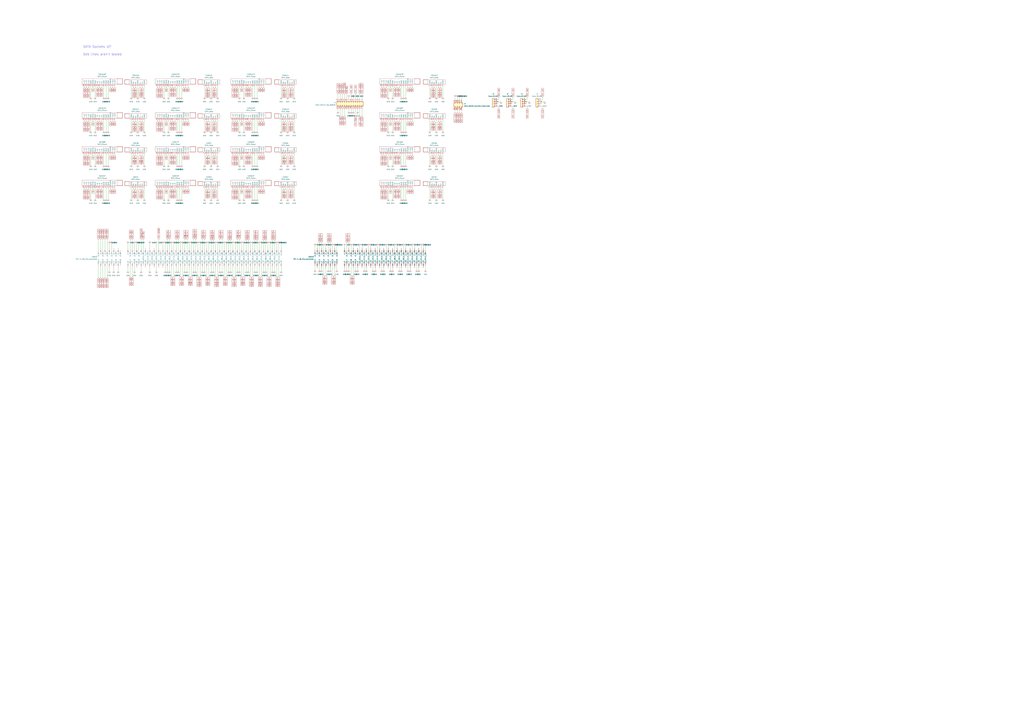
<source format=kicad_sch>
(kicad_sch (version 20211123) (generator eeschema)
  (paper "A0")
  (title_block (title "Vess 3U-SAS-16-S Back Plane") (company "White Fossa") (comment 1 "GPLv3"))
  (junction (at 628.65 118.11))
  (junction (at 594.36 118.11))
  (junction (at 577.85 118.11))
  (junction (at 610.87 118.11))
  (wire (pts (xy 215.9 218.44) (xy 215.9 219.71)))
  (wire (pts (xy 252.73 179.07) (xy 252.73 191.77)))
  (wire (pts (xy 300.99 218.44) (xy 300.99 219.71)))
  (wire (pts (xy 200.66 179.07) (xy 200.66 180.34)))
  (wire (pts (xy 203.2 100.33) (xy 203.2 101.6)))
  (wire (pts (xy 323.85 283.21) (xy 323.85 290.83)))
  (wire (pts (xy 280.67 100.33) (xy 280.67 101.6)))
  (wire (pts (xy 501.65 139.7) (xy 501.65 140.97)))
  (wire (pts (xy 433.07 308.61) (xy 433.07 313.69)))
  (wire (pts (xy 450.85 139.7) (xy 450.85 152.4)))
  (wire (pts (xy 415.29 311.15) (xy 415.29 313.69)))
  (wire (pts (xy 511.81 179.07) (xy 511.81 180.34)))
  (wire (pts (xy 448.31 218.44) (xy 448.31 219.71)))
  (wire (pts (xy 110.49 179.07) (xy 110.49 191.77)))
  (wire (pts (xy 422.91 308.61) (xy 422.91 313.69)))
  (wire (pts (xy 394.97 127) (xy 394.97 134.62)))
  (wire (pts (xy 209.55 311.15) (xy 209.55 321.31)))
  (wire (pts (xy 285.75 311.15) (xy 285.75 314.96)))
  (wire (pts (xy 187.96 139.7) (xy 187.96 140.97)))
  (wire (pts (xy 471.17 218.44) (xy 471.17 231.14)))
  (wire (pts (xy 438.15 285.75) (xy 438.15 290.83)))
  (wire (pts (xy 267.97 308.61) (xy 267.97 314.96)))
  (wire (pts (xy 190.5 139.7) (xy 190.5 152.4)))
  (wire (pts (xy 191.77 283.21) (xy 191.77 290.83)))
  (wire (pts (xy 509.27 179.07) (xy 509.27 180.34)))
  (wire (pts (xy 370.84 308.61) (xy 370.84 313.69)))
  (wire (pts (xy 306.07 139.7) (xy 306.07 140.97)))
  (wire (pts (xy 407.67 308.61) (xy 407.67 320.04)))
  (wire (pts (xy 154.94 218.44) (xy 154.94 219.71)))
  (wire (pts (xy 365.76 285.75) (xy 365.76 290.83)))
  (wire (pts (xy 132.08 311.15) (xy 132.08 314.96)))
  (wire (pts (xy 273.05 283.21) (xy 273.05 290.83)))
  (wire (pts (xy 293.37 179.07) (xy 293.37 191.77)))
  (wire (pts (xy 473.71 100.33) (xy 473.71 101.6)))
  (wire (pts (xy 280.67 139.7) (xy 280.67 140.97)))
  (wire (pts (xy 473.71 218.44) (xy 473.71 219.71)))
  (wire (pts (xy 213.36 100.33) (xy 213.36 101.6)))
  (wire (pts (xy 247.65 179.07) (xy 247.65 180.34)))
  (wire (pts (xy 466.09 139.7) (xy 466.09 152.4)))
  (wire (pts (xy 420.37 109.22) (xy 420.37 114.3)))
  (wire (pts (xy 120.65 179.07) (xy 120.65 191.77)))
  (wire (pts (xy 486.41 311.15) (xy 486.41 313.69)))
  (wire (pts (xy 255.27 278.13) (xy 255.27 288.29)))
  (wire (pts (xy 133.35 100.33) (xy 133.35 101.6)))
  (wire (pts (xy 308.61 308.61) (xy 308.61 314.96)))
  (wire (pts (xy 629.92 115.57) (xy 629.92 113.03)))
  (wire (pts (xy 509.27 139.7) (xy 509.27 140.97)))
  (wire (pts (xy 373.38 311.15) (xy 373.38 313.69)))
  (wire (pts (xy 237.49 308.61) (xy 237.49 314.96)))
  (wire (pts (xy 260.35 311.15) (xy 260.35 321.31)))
  (wire (pts (xy 341.63 100.33) (xy 341.63 113.03)))
  (wire (pts (xy 461.01 139.7) (xy 461.01 140.97)))
  (wire (pts (xy 628.65 118.11) (xy 628.65 120.65)))
  (wire (pts (xy 240.03 139.7) (xy 240.03 140.97)))
  (wire (pts (xy 528.32 128.27) (xy 528.32 130.81)))
  (wire (pts (xy 130.81 139.7) (xy 130.81 140.97)))
  (wire (pts (xy 326.39 139.7) (xy 326.39 152.4)))
  (wire (pts (xy 114.3 308.61) (xy 114.3 322.58)))
  (wire (pts (xy 386.08 308.61) (xy 386.08 320.04)))
  (wire (pts (xy 250.19 311.15) (xy 250.19 321.31)))
  (wire (pts (xy 270.51 139.7) (xy 270.51 140.97)))
  (wire (pts (xy 450.85 218.44) (xy 450.85 231.14)))
  (wire (pts (xy 375.92 285.75) (xy 375.92 290.83)))
  (wire (pts (xy 182.88 100.33) (xy 182.88 101.6)))
  (wire (pts (xy 280.67 283.21) (xy 280.67 288.29)))
  (wire (pts (xy 501.65 179.07) (xy 501.65 180.34)))
  (wire (pts (xy 165.1 139.7) (xy 165.1 140.97)))
  (wire (pts (xy 453.39 308.61) (xy 453.39 313.69)))
  (wire (pts (xy 400.05 109.22) (xy 400.05 114.3)))
  (wire (pts (xy 491.49 285.75) (xy 491.49 288.29)))
  (wire (pts (xy 278.13 139.7) (xy 278.13 152.4)))
  (wire (pts (xy 295.91 179.07) (xy 295.91 191.77)))
  (wire (pts (xy 511.81 139.7) (xy 511.81 140.97)))
  (wire (pts (xy 494.03 285.75) (xy 494.03 290.83)))
  (wire (pts (xy 193.04 179.07) (xy 193.04 180.34)))
  (wire (pts (xy 97.79 179.07) (xy 97.79 180.34)))
  (wire (pts (xy 336.55 139.7) (xy 336.55 140.97)))
  (wire (pts (xy 368.3 285.75) (xy 368.3 288.29)))
  (wire (pts (xy 448.31 139.7) (xy 448.31 140.97)))
  (wire (pts (xy 285.75 218.44) (xy 285.75 219.71)))
  (wire (pts (xy 242.57 283.21) (xy 242.57 290.83)))
  (wire (pts (xy 250.19 283.21) (xy 250.19 288.29)))
  (wire (pts (xy 193.04 139.7) (xy 193.04 140.97)))
  (wire (pts (xy 115.57 139.7) (xy 115.57 140.97)))
  (wire (pts (xy 311.15 283.21) (xy 311.15 288.29)))
  (wire (pts (xy 245.11 100.33) (xy 245.11 113.03)))
  (wire (pts (xy 397.51 109.22) (xy 397.51 114.3)))
  (wire (pts (xy 110.49 100.33) (xy 110.49 113.03)))
  (wire (pts (xy 509.27 100.33) (xy 509.27 101.6)))
  (wire (pts (xy 128.27 100.33) (xy 128.27 101.6)))
  (wire (pts (xy 173.99 283.21) (xy 173.99 288.29)))
  (wire (pts (xy 214.63 278.13) (xy 214.63 288.29)))
  (wire (pts (xy 123.19 179.07) (xy 123.19 191.77)))
  (wire (pts (xy 133.35 179.07) (xy 133.35 180.34)))
  (wire (pts (xy 161.29 283.21) (xy 161.29 290.83)))
  (wire (pts (xy 288.29 308.61) (xy 288.29 314.96)))
  (wire (pts (xy 242.57 179.07) (xy 242.57 180.34)))
  (wire (pts (xy 283.21 139.7) (xy 283.21 152.4)))
  (wire (pts (xy 113.03 139.7) (xy 113.03 140.97)))
  (wire (pts (xy 288.29 100.33) (xy 288.29 101.6)))
  (wire (pts (xy 189.23 283.21) (xy 189.23 288.29)))
  (wire (pts (xy 213.36 139.7) (xy 213.36 140.97)))
  (wire (pts (xy 198.12 218.44) (xy 198.12 219.71)))
  (wire (pts (xy 463.55 100.33) (xy 463.55 101.6)))
  (wire (pts (xy 458.47 139.7) (xy 458.47 140.97)))
  (wire (pts (xy 125.73 218.44) (xy 125.73 231.14)))
  (wire (pts (xy 386.08 285.75) (xy 386.08 290.83)))
  (wire (pts (xy 298.45 100.33) (xy 298.45 113.03)))
  (wire (pts (xy 133.35 139.7) (xy 133.35 140.97)))
  (wire (pts (xy 208.28 100.33) (xy 208.28 113.03)))
  (wire (pts (xy 610.87 118.11) (xy 614.68 118.11)))
  (wire (pts (xy 208.28 179.07) (xy 208.28 191.77)))
  (wire (pts (xy 194.31 278.13) (xy 194.31 288.29)))
  (wire (pts (xy 153.67 311.15) (xy 153.67 321.31)))
  (wire (pts (xy 250.19 218.44) (xy 250.19 219.71)))
  (wire (pts (xy 415.29 127) (xy 415.29 129.54)))
  (wire (pts (xy 128.27 139.7) (xy 128.27 140.97)))
  (wire (pts (xy 245.11 139.7) (xy 245.11 152.4)))
  (wire (pts (xy 468.63 100.33) (xy 468.63 113.03)))
  (wire (pts (xy 412.75 109.22) (xy 412.75 114.3)))
  (wire (pts (xy 468.63 218.44) (xy 468.63 231.14)))
  (wire (pts (xy 478.79 139.7) (xy 478.79 140.97)))
  (wire (pts (xy 270.51 179.07) (xy 270.51 180.34)))
  (wire (pts (xy 400.05 311.15) (xy 400.05 313.69)))
  (wire (pts (xy 388.62 311.15) (xy 388.62 320.04)))
  (wire (pts (xy 303.53 100.33) (xy 303.53 101.6)))
  (wire (pts (xy 303.53 308.61) (xy 303.53 321.31)))
  (wire (pts (xy 450.85 100.33) (xy 450.85 113.03)))
  (wire (pts (xy 262.89 283.21) (xy 262.89 290.83)))
  (wire (pts (xy 181.61 283.21) (xy 181.61 290.83)))
  (wire (pts (xy 448.31 100.33) (xy 448.31 101.6)))
  (wire (pts (xy 184.15 278.13) (xy 184.15 288.29)))
  (wire (pts (xy 205.74 218.44) (xy 205.74 231.14)))
  (wire (pts (xy 530.86 113.03) (xy 530.86 115.57)))
  (wire (pts (xy 124.46 308.61) (xy 124.46 322.58)))
  (wire (pts (xy 455.93 100.33) (xy 455.93 113.03)))
  (wire (pts (xy 321.31 311.15) (xy 321.31 321.31)))
  (wire (pts (xy 420.37 285.75) (xy 420.37 288.29)))
  (wire (pts (xy 378.46 285.75) (xy 378.46 288.29)))
  (wire (pts (xy 127 311.15) (xy 127 314.96)))
  (wire (pts (xy 187.96 179.07) (xy 187.96 180.34)))
  (wire (pts (xy 217.17 308.61) (xy 217.17 314.96)))
  (wire (pts (xy 129.54 283.21) (xy 129.54 290.83)))
  (wire (pts (xy 285.75 279.4) (xy 285.75 288.29)))
  (wire (pts (xy 278.13 278.13) (xy 278.13 290.83)))
  (wire (pts (xy 182.88 179.07) (xy 182.88 180.34)))
  (wire (pts (xy 595.63 123.19) (xy 595.63 125.73)))
  (wire (pts (xy 201.93 308.61) (xy 201.93 321.31)))
  (wire (pts (xy 468.63 139.7) (xy 468.63 152.4)))
  (wire (pts (xy 455.93 218.44) (xy 455.93 231.14)))
  (wire (pts (xy 218.44 100.33) (xy 218.44 101.6)))
  (wire (pts (xy 222.25 283.21) (xy 222.25 290.83)))
  (wire (pts (xy 152.4 179.07) (xy 152.4 191.77)))
  (wire (pts (xy 445.77 179.07) (xy 445.77 180.34)))
  (wire (pts (xy 198.12 139.7) (xy 198.12 140.97)))
  (wire (pts (xy 200.66 139.7) (xy 200.66 140.97)))
  (wire (pts (xy 283.21 308.61) (xy 283.21 321.31)))
  (wire (pts (xy 453.39 100.33) (xy 453.39 101.6)))
  (wire (pts (xy 435.61 311.15) (xy 435.61 313.69)))
  (wire (pts (xy 227.33 308.61) (xy 227.33 314.96)))
  (wire (pts (xy 458.47 100.33) (xy 458.47 101.6)))
  (wire (pts (xy 303.53 218.44) (xy 303.53 219.71)))
  (wire (pts (xy 203.2 218.44) (xy 203.2 219.71)))
  (wire (pts (xy 209.55 283.21) (xy 209.55 288.29)))
  (wire (pts (xy 295.91 279.4) (xy 295.91 288.29)))
  (wire (pts (xy 153.67 278.13) (xy 153.67 288.29)))
  (wire (pts (xy 594.36 123.19) (xy 595.63 123.19)))
  (wire (pts (xy 213.36 179.07) (xy 213.36 180.34)))
  (wire (pts (xy 326.39 100.33) (xy 326.39 113.03)))
  (wire (pts (xy 270.51 218.44) (xy 270.51 219.71)))
  (wire (pts (xy 579.12 123.19) (xy 579.12 125.73)))
  (wire (pts (xy 245.11 218.44) (xy 245.11 231.14)))
  (wire (pts (xy 290.83 100.33) (xy 290.83 101.6)))
  (wire (pts (xy 247.65 308.61) (xy 247.65 314.96)))
  (wire (pts (xy 448.31 285.75) (xy 448.31 290.83)))
  (wire (pts (xy 158.75 283.21) (xy 158.75 288.29)))
  (wire (pts (xy 229.87 311.15) (xy 229.87 321.31)))
  (wire (pts (xy 612.14 115.57) (xy 612.14 113.03)))
  (wire (pts (xy 154.94 139.7) (xy 154.94 140.97)))
  (wire (pts (xy 514.35 100.33) (xy 514.35 113.03)))
  (wire (pts (xy 326.39 179.07) (xy 326.39 191.77)))
  (wire (pts (xy 210.82 179.07) (xy 210.82 191.77)))
  (wire (pts (xy 257.81 308.61) (xy 257.81 314.96)))
  (wire (pts (xy 612.14 123.19) (xy 612.14 125.73)))
  (wire (pts (xy 227.33 278.13) (xy 227.33 290.83)))
  (wire (pts (xy 148.59 283.21) (xy 148.59 288.29)))
  (wire (pts (xy 273.05 139.7) (xy 273.05 140.97)))
  (wire (pts (xy 151.13 278.13) (xy 151.13 290.83)))
  (wire (pts (xy 405.13 113.03) (xy 405.13 114.3)))
  (wire (pts (xy 240.03 283.21) (xy 240.03 288.29)))
  (wire (pts (xy 300.99 311.15) (xy 300.99 321.31)))
  (wire (pts (xy 468.63 179.07) (xy 468.63 191.77)))
  (wire (pts (xy 185.42 218.44) (xy 185.42 219.71)))
  (wire (pts (xy 306.07 218.44) (xy 306.07 219.71)))
  (wire (pts (xy 123.19 139.7) (xy 123.19 152.4)))
  (wire (pts (xy 148.59 311.15) (xy 148.59 314.96)))
  (wire (pts (xy 306.07 279.4) (xy 306.07 288.29)))
  (wire (pts (xy 252.73 283.21) (xy 252.73 290.83)))
  (wire (pts (xy 160.02 100.33) (xy 160.02 113.03)))
  (wire (pts (xy 193.04 100.33) (xy 193.04 101.6)))
  (wire (pts (xy 200.66 100.33) (xy 200.66 101.6)))
  (wire (pts (xy 182.88 139.7) (xy 182.88 140.97)))
  (wire (pts (xy 295.91 311.15) (xy 295.91 314.96)))
  (wire (pts (xy 137.16 311.15) (xy 137.16 314.96)))
  (wire (pts (xy 97.79 218.44) (xy 97.79 219.71)))
  (wire (pts (xy 610.87 123.19) (xy 612.14 123.19)))
  (wire (pts (xy 577.85 123.19) (xy 579.12 123.19)))
  (wire (pts (xy 224.79 311.15) (xy 224.79 314.96)))
  (wire (pts (xy 167.64 179.07) (xy 167.64 191.77)))
  (wire (pts (xy 293.37 218.44) (xy 293.37 231.14)))
  (wire (pts (xy 107.95 139.7) (xy 107.95 140.97)))
  (wire (pts (xy 125.73 100.33) (xy 125.73 113.03)))
  (wire (pts (xy 167.64 100.33) (xy 167.64 113.03)))
  (wire (pts (xy 232.41 308.61) (xy 232.41 321.31)))
  (wire (pts (xy 250.19 100.33) (xy 250.19 101.6)))
  (wire (pts (xy 119.38 278.13) (xy 119.38 290.83)))
  (wire (pts (xy 579.12 115.57) (xy 579.12 113.03)))
  (wire (pts (xy 203.2 179.07) (xy 203.2 180.34)))
  (wire (pts (xy 293.37 308.61) (xy 293.37 321.31)))
  (wire (pts (xy 208.28 218.44) (xy 208.28 231.14)))
  (wire (pts (xy 577.85 115.57) (xy 579.12 115.57)))
  (wire (pts (xy 499.11 139.7) (xy 499.11 152.4)))
  (wire (pts (xy 318.77 308.61) (xy 318.77 314.96)))
  (wire (pts (xy 501.65 100.33) (xy 501.65 101.6)))
  (wire (pts (xy 151.13 308.61) (xy 151.13 321.31)))
  (wire (pts (xy 130.81 218.44) (xy 130.81 219.71)))
  (wire (pts (xy 247.65 218.44) (xy 247.65 219.71)))
  (wire (pts (xy 293.37 100.33) (xy 293.37 113.03)))
  (wire (pts (xy 473.71 139.7) (xy 473.71 140.97)))
  (wire (pts (xy 116.84 278.13) (xy 116.84 288.29)))
  (wire (pts (xy 190.5 179.07) (xy 190.5 191.77)))
  (wire (pts (xy 194.31 311.15) (xy 194.31 314.96)))
  (wire (pts (xy 105.41 139.7) (xy 105.41 152.4)))
  (wire (pts (xy 288.29 218.44) (xy 288.29 219.71)))
  (wire (pts (xy 594.36 118.11) (xy 594.36 120.65)))
  (wire (pts (xy 535.94 113.03) (xy 535.94 115.57)))
  (wire (pts (xy 275.59 139.7) (xy 275.59 140.97)))
  (wire (pts (xy 219.71 311.15) (xy 219.71 321.31)))
  (wire (pts (xy 113.03 100.33) (xy 113.03 101.6)))
  (wire (pts (xy 278.13 179.07) (xy 278.13 191.77)))
  (wire (pts (xy 412.75 308.61) (xy 412.75 313.69)))
  (wire (pts (xy 509.27 218.44) (xy 509.27 219.71)))
  (wire (pts (xy 341.63 218.44) (xy 341.63 231.14)))
  (wire (pts (xy 224.79 278.13) (xy 224.79 288.29)))
  (wire (pts (xy 215.9 100.33) (xy 215.9 101.6)))
  (wire (pts (xy 278.13 100.33) (xy 278.13 113.03)))
  (wire (pts (xy 300.99 139.7) (xy 300.99 140.97)))
  (wire (pts (xy 453.39 139.7) (xy 453.39 140.97)))
  (wire (pts (xy 336.55 179.07) (xy 336.55 180.34)))
  (wire (pts (xy 270.51 283.21) (xy 270.51 288.29)))
  (wire (pts (xy 123.19 218.44) (xy 123.19 231.14)))
  (wire (pts (xy 300.99 100.33) (xy 300.99 101.6)))
  (wire (pts (xy 410.21 285.75) (xy 410.21 288.29)))
  (wire (pts (xy 481.33 285.75) (xy 481.33 288.29)))
  (wire (pts (xy 115.57 218.44) (xy 115.57 219.71)))
  (wire (pts (xy 341.63 139.7) (xy 341.63 152.4)))
  (wire (pts (xy 199.39 283.21) (xy 199.39 288.29)))
  (wire (pts (xy 181.61 308.61) (xy 181.61 314.96)))
  (wire (pts (xy 198.12 179.07) (xy 198.12 180.34)))
  (wire (pts (xy 105.41 100.33) (xy 105.41 113.03)))
  (wire (pts (xy 476.25 139.7) (xy 476.25 140.97)))
  (wire (pts (xy 110.49 218.44) (xy 110.49 231.14)))
  (wire (pts (xy 118.11 139.7) (xy 118.11 140.97)))
  (wire (pts (xy 240.03 100.33) (xy 240.03 101.6)))
  (wire (pts (xy 242.57 218.44) (xy 242.57 219.71)))
  (wire (pts (xy 165.1 179.07) (xy 165.1 180.34)))
  (wire (pts (xy 205.74 100.33) (xy 205.74 113.03)))
  (wire (pts (xy 100.33 179.07) (xy 100.33 180.34)))
  (wire (pts (xy 162.56 218.44) (xy 162.56 219.71)))
  (wire (pts (xy 285.75 139.7) (xy 285.75 140.97)))
  (wire (pts (xy 331.47 218.44) (xy 331.47 219.71)))
  (wire (pts (xy 128.27 218.44) (xy 128.27 219.71)))
  (wire (pts (xy 278.13 218.44) (xy 278.13 231.14)))
  (wire (pts (xy 232.41 283.21) (xy 232.41 290.83)))
  (wire (pts (xy 283.21 218.44) (xy 283.21 231.14)))
  (wire (pts (xy 298.45 179.07) (xy 298.45 191.77)))
  (wire (pts (xy 288.29 279.4) (xy 288.29 290.83)))
  (wire (pts (xy 195.58 139.7) (xy 195.58 152.4)))
  (wire (pts (xy 107.95 179.07) (xy 107.95 180.34)))
  (wire (pts (xy 501.65 218.44) (xy 501.65 219.71)))
  (wire (pts (xy 213.36 218.44) (xy 213.36 219.71)))
  (wire (pts (xy 594.36 115.57) (xy 595.63 115.57)))
  (wire (pts (xy 260.35 283.21) (xy 260.35 288.29)))
  (wire (pts (xy 427.99 285.75) (xy 427.99 290.83)))
  (wire (pts (xy 237.49 100.33) (xy 237.49 113.03)))
  (wire (pts (xy 417.83 109.22) (xy 417.83 114.3)))
  (wire (pts (xy 331.47 179.07) (xy 331.47 180.34)))
  (wire (pts (xy 222.25 308.61) (xy 222.25 321.31)))
  (wire (pts (xy 328.93 139.7) (xy 328.93 140.97)))
  (wire (pts (xy 373.38 281.94) (xy 373.38 288.29)))
  (wire (pts (xy 152.4 100.33) (xy 152.4 113.03)))
  (wire (pts (xy 298.45 308.61) (xy 298.45 314.96)))
  (wire (pts (xy 102.87 139.7) (xy 102.87 140.97)))
  (wire (pts (xy 283.21 283.21) (xy 283.21 290.83)))
  (wire (pts (xy 120.65 218.44) (xy 120.65 231.14)))
  (wire (pts (xy 120.65 100.33) (xy 120.65 113.03)))
  (wire (pts (xy 273.05 179.07) (xy 273.05 180.34)))
  (wire (pts (xy 407.67 285.75) (xy 407.67 290.83)))
  (wire (pts (xy 242.57 308.61) (xy 242.57 321.31)))
  (wire (pts (xy 163.83 278.13) (xy 163.83 288.29)))
  (wire (pts (xy 533.4 113.03) (xy 533.4 115.57)))
  (wire (pts (xy 473.71 179.07) (xy 473.71 180.34)))
  (wire (pts (xy 450.85 285.75) (xy 450.85 288.29)))
  (wire (pts (xy 123.19 100.33) (xy 123.19 113.03)))
  (wire (pts (xy 400.05 285.75) (xy 400.05 288.29)))
  (wire (pts (xy 303.53 179.07) (xy 303.53 180.34)))
  (wire (pts (xy 511.81 100.33) (xy 511.81 101.6)))
  (wire (pts (xy 152.4 218.44) (xy 152.4 231.14)))
  (wire (pts (xy 628.65 115.57) (xy 629.92 115.57)))
  (wire (pts (xy 128.27 179.07) (xy 128.27 180.34)))
  (wire (pts (xy 275.59 311.15) (xy 275.59 314.96)))
  (wire (pts (xy 290.83 179.07) (xy 290.83 180.34)))
  (wire (pts (xy 285.75 179.07) (xy 285.75 180.34)))
  (wire (pts (xy 275.59 179.07) (xy 275.59 180.34)))
  (wire (pts (xy 466.09 218.44) (xy 466.09 231.14)))
  (wire (pts (xy 288.29 179.07) (xy 288.29 180.34)))
  (wire (pts (xy 118.11 179.07) (xy 118.11 180.34)))
  (wire (pts (xy 105.41 218.44) (xy 105.41 231.14)))
  (wire (pts (xy 163.83 311.15) (xy 163.83 314.96)))
  (wire (pts (xy 334.01 100.33) (xy 334.01 113.03)))
  (wire (pts (xy 133.35 218.44) (xy 133.35 219.71)))
  (wire (pts (xy 218.44 139.7) (xy 218.44 140.97)))
  (wire (pts (xy 311.15 311.15) (xy 311.15 321.31)))
  (wire (pts (xy 458.47 218.44) (xy 458.47 219.71)))
  (wire (pts (xy 306.07 311.15) (xy 306.07 314.96)))
  (wire (pts (xy 458.47 285.75) (xy 458.47 290.83)))
  (wire (pts (xy 300.99 179.07) (xy 300.99 180.34)))
  (wire (pts (xy 365.76 308.61) (xy 365.76 313.69)))
  (wire (pts (xy 577.85 118.11) (xy 581.66 118.11)))
  (wire (pts (xy 430.53 285.75) (xy 430.53 288.29)))
  (wire (pts (xy 113.03 218.44) (xy 113.03 219.71)))
  (wire (pts (xy 215.9 179.07) (xy 215.9 180.34)))
  (wire (pts (xy 100.33 139.7) (xy 100.33 140.97)))
  (wire (pts (xy 125.73 179.07) (xy 125.73 191.77)))
  (wire (pts (xy 383.54 281.94) (xy 383.54 288.29)))
  (wire (pts (xy 471.17 285.75) (xy 471.17 288.29)))
  (wire (pts (xy 195.58 218.44) (xy 195.58 231.14)))
  (wire (pts (xy 199.39 311.15) (xy 199.39 321.31)))
  (wire (pts (xy 381 281.94) (xy 381 290.83)))
  (wire (pts (xy 466.09 311.15) (xy 466.09 313.69)))
  (wire (pts (xy 506.73 179.07) (xy 506.73 191.77)))
  (wire (pts (xy 334.01 179.07) (xy 334.01 191.77)))
  (wire (pts (xy 328.93 218.44) (xy 328.93 219.71)))
  (wire (pts (xy 245.11 179.07) (xy 245.11 191.77)))
  (wire (pts (xy 252.73 308.61) (xy 252.73 321.31)))
  (wire (pts (xy 463.55 139.7) (xy 463.55 140.97)))
  (wire (pts (xy 410.21 311.15) (xy 410.21 320.04)))
  (wire (pts (xy 455.93 311.15) (xy 455.93 313.69)))
  (wire (pts (xy 453.39 179.07) (xy 453.39 180.34)))
  (wire (pts (xy 218.44 179.07) (xy 218.44 180.34)))
  (wire (pts (xy 193.04 218.44) (xy 193.04 219.71)))
  (wire (pts (xy 471.17 139.7) (xy 471.17 152.4)))
  (wire (pts (xy 195.58 179.07) (xy 195.58 191.77)))
  (wire (pts (xy 167.64 218.44) (xy 167.64 231.14)))
  (wire (pts (xy 341.63 179.07) (xy 341.63 191.77)))
  (wire (pts (xy 336.55 218.44) (xy 336.55 219.71)))
  (wire (pts (xy 443.23 218.44) (xy 443.23 219.71)))
  (wire (pts (xy 420.37 127) (xy 420.37 134.62)))
  (wire (pts (xy 445.77 100.33) (xy 445.77 101.6)))
  (wire (pts (xy 167.64 139.7) (xy 167.64 152.4)))
  (wire (pts (xy 417.83 285.75) (xy 417.83 290.83)))
  (wire (pts (xy 504.19 139.7) (xy 504.19 140.97)))
  (wire (pts (xy 160.02 179.07) (xy 160.02 191.77)))
  (wire (pts (xy 290.83 283.21) (xy 290.83 288.29)))
  (wire (pts (xy 300.99 283.21) (xy 300.99 288.29)))
  (wire (pts (xy 250.19 139.7) (xy 250.19 140.97)))
  (wire (pts (xy 313.69 308.61) (xy 313.69 321.31)))
  (wire (pts (xy 160.02 139.7) (xy 160.02 152.4)))
  (wire (pts (xy 273.05 308.61) (xy 273.05 321.31)))
  (wire (pts (xy 476.25 218.44) (xy 476.25 219.71)))
  (wire (pts (xy 378.46 311.15) (xy 378.46 320.04)))
  (wire (pts (xy 415.29 113.03) (xy 415.29 114.3)))
  (wire (pts (xy 293.37 283.21) (xy 293.37 290.83)))
  (wire (pts (xy 394.97 109.22) (xy 394.97 114.3)))
  (wire (pts (xy 240.03 179.07) (xy 240.03 180.34)))
  (wire (pts (xy 250.19 179.07) (xy 250.19 180.34)))
  (wire (pts (xy 471.17 179.07) (xy 471.17 191.77)))
  (wire (pts (xy 237.49 278.13) (xy 237.49 290.83)))
  (wire (pts (xy 478.79 285.75) (xy 478.79 290.83)))
  (wire (pts (xy 628.65 123.19) (xy 629.92 123.19)))
  (wire (pts (xy 628.65 118.11) (xy 632.46 118.11)))
  (wire (pts (xy 306.07 100.33) (xy 306.07 101.6)))
  (wire (pts (xy 265.43 279.4) (xy 265.43 288.29)))
  (wire (pts (xy 392.43 127) (xy 392.43 129.54)))
  (wire (pts (xy 476.25 179.07) (xy 476.25 180.34)))
  (wire (pts (xy 313.69 283.21) (xy 313.69 290.83)))
  (wire (pts (xy 316.23 311.15) (xy 316.23 314.96)))
  (wire (pts (xy 443.23 308.61) (xy 443.23 313.69)))
  (wire (pts (xy 290.83 218.44) (xy 290.83 219.71)))
  (wire (pts (xy 326.39 218.44) (xy 326.39 231.14)))
  (wire (pts (xy 190.5 218.44) (xy 190.5 231.14)))
  (wire (pts (xy 210.82 100.33) (xy 210.82 113.03)))
  (wire (pts (xy 407.67 127) (xy 407.67 129.54)))
  (wire (pts (xy 160.02 218.44) (xy 160.02 231.14)))
  (wire (pts (xy 448.31 179.07) (xy 448.31 180.34)))
  (wire (pts (xy 280.67 311.15) (xy 280.67 321.31)))
  (wire (pts (xy 280.67 179.07) (xy 280.67 180.34)))
  (wire (pts (xy 410.21 113.03) (xy 410.21 114.3)))
  (wire (pts (xy 504.19 100.33) (xy 504.19 101.6)))
  (wire (pts (xy 121.92 311.15) (xy 121.92 322.58)))
  (wire (pts (xy 185.42 179.07) (xy 185.42 180.34)))
  (wire (pts (xy 121.92 278.13) (xy 121.92 288.29)))
  (wire (pts (xy 237.49 218.44) (xy 237.49 231.14)))
  (wire (pts (xy 473.71 308.61) (xy 473.71 313.69)))
  (wire (pts (xy 210.82 139.7) (xy 210.82 152.4)))
  (wire (pts (xy 308.61 279.4) (xy 308.61 290.83)))
  (wire (pts (xy 130.81 100.33) (xy 130.81 101.6)))
  (wire (pts (xy 115.57 100.33) (xy 115.57 101.6)))
  (wire (pts (xy 595.63 115.57) (xy 595.63 113.03)))
  (wire (pts (xy 240.03 218.44) (xy 240.03 219.71)))
  (wire (pts (xy 156.21 283.21) (xy 156.21 290.83)))
  (wire (pts (xy 397.51 127) (xy 397.51 134.62)))
  (wire (pts (xy 173.99 311.15) (xy 173.99 314.96)))
  (wire (pts (xy 157.48 179.07) (xy 157.48 180.34)))
  (wire (pts (xy 185.42 139.7) (xy 185.42 140.97)))
  (wire (pts (xy 204.47 278.13) (xy 204.47 288.29)))
  (wire (pts (xy 234.95 311.15) (xy 234.95 314.96)))
  (wire (pts (xy 203.2 139.7) (xy 203.2 140.97)))
  (wire (pts (xy 610.87 115.57) (xy 612.14 115.57)))
  (wire (pts (xy 461.01 285.75) (xy 461.01 288.29)))
  (wire (pts (xy 110.49 139.7) (xy 110.49 152.4)))
  (wire (pts (xy 478.79 218.44) (xy 478.79 219.71)))
  (wire (pts (xy 218.44 218.44) (xy 218.44 219.71)))
  (wire (pts (xy 118.11 100.33) (xy 118.11 101.6)))
  (wire (pts (xy 298.45 279.4) (xy 298.45 290.83)))
  (wire (pts (xy 488.95 285.75) (xy 488.95 290.83)))
  (wire (pts (xy 273.05 218.44) (xy 273.05 219.71)))
  (wire (pts (xy 118.11 218.44) (xy 118.11 219.71)))
  (wire (pts (xy 594.36 118.11) (xy 598.17 118.11)))
  (wire (pts (xy 204.47 311.15) (xy 204.47 314.96)))
  (wire (pts (xy 425.45 311.15) (xy 425.45 313.69)))
  (wire (pts (xy 270.51 311.15) (xy 270.51 321.31)))
  (wire (pts (xy 208.28 139.7) (xy 208.28 152.4)))
  (wire (pts (xy 610.87 118.11) (xy 610.87 120.65)))
  (wire (pts (xy 499.11 179.07) (xy 499.11 191.77)))
  (wire (pts (xy 410.21 127) (xy 410.21 129.54)))
  (wire (pts (xy 391.16 308.61) (xy 391.16 313.69)))
  (wire (pts (xy 339.09 100.33) (xy 339.09 101.6)))
  (wire (pts (xy 388.62 285.75) (xy 388.62 288.29)))
  (wire (pts (xy 417.83 127) (xy 417.83 134.62)))
  (wire (pts (xy 200.66 218.44) (xy 200.66 219.71)))
  (wire (pts (xy 461.01 100.33) (xy 461.01 101.6)))
  (wire (pts (xy 316.23 279.4) (xy 316.23 288.29)))
  (wire (pts (xy 461.01 218.44) (xy 461.01 219.71)))
  (wire (pts (xy 383.54 311.15) (xy 383.54 313.69)))
  (wire (pts (xy 240.03 311.15) (xy 240.03 321.31)))
  (wire (pts (xy 339.09 139.7) (xy 339.09 140.97)))
  (wire (pts (xy 392.43 109.22) (xy 392.43 114.3)))
  (wire (pts (xy 450.85 179.07) (xy 450.85 191.77)))
  (wire (pts (xy 120.65 139.7) (xy 120.65 152.4)))
  (wire (pts (xy 391.16 285.75) (xy 391.16 290.83)))
  (wire (pts (xy 400.05 127) (xy 400.05 134.62)))
  (wire (pts (xy 402.59 281.94) (xy 402.59 290.83)))
  (wire (pts (xy 530.86 128.27) (xy 530.86 130.81)))
  (wire (pts (xy 191.77 308.61) (xy 191.77 314.96)))
  (wire (pts (xy 328.93 100.33) (xy 328.93 101.6)))
  (wire (pts (xy 375.92 308.61) (xy 375.92 320.04)))
  (wire (pts (xy 533.4 128.27) (xy 533.4 130.81)))
  (wire (pts (xy 187.96 100.33) (xy 187.96 101.6)))
  (wire (pts (xy 468.63 285.75) (xy 468.63 290.83)))
  (wire (pts (xy 207.01 278.13) (xy 207.01 290.83)))
  (wire (pts (xy 154.94 100.33) (xy 154.94 101.6)))
  (wire (pts (xy 219.71 283.21) (xy 219.71 288.29)))
  (wire (pts (xy 290.83 311.15) (xy 290.83 321.31)))
  (wire (pts (xy 190.5 100.33) (xy 190.5 113.03)))
  (wire (pts (xy 154.94 179.07) (xy 154.94 180.34)))
  (wire (pts (xy 262.89 308.61) (xy 262.89 321.31)))
  (wire (pts (xy 252.73 100.33) (xy 252.73 113.03)))
  (wire (pts (xy 402.59 308.61) (xy 402.59 313.69)))
  (wire (pts (xy 166.37 278.13) (xy 166.37 290.83)))
  (wire (pts (xy 187.96 218.44) (xy 187.96 219.71)))
  (wire (pts (xy 102.87 100.33) (xy 102.87 101.6)))
  (wire (pts (xy 331.47 139.7) (xy 331.47 140.97)))
  (wire (pts (xy 321.31 283.21) (xy 321.31 288.29)))
  (wire (pts (xy 504.19 179.07) (xy 504.19 180.34)))
  (wire (pts (xy 275.59 278.13) (xy 275.59 288.29)))
  (wire (pts (xy 212.09 283.21) (xy 212.09 290.83)))
  (wire (pts (xy 102.87 179.07) (xy 102.87 180.34)))
  (wire (pts (xy 100.33 100.33) (xy 100.33 101.6)))
  (wire (pts (xy 535.94 128.27) (xy 535.94 130.81)))
  (wire (pts (xy 113.03 179.07) (xy 113.03 180.34)))
  (wire (pts (xy 157.48 100.33) (xy 157.48 101.6)))
  (wire (pts (xy 629.92 123.19) (xy 629.92 125.73)))
  (wire (pts (xy 116.84 311.15) (xy 116.84 322.58)))
  (wire (pts (xy 255.27 311.15) (xy 255.27 314.96)))
  (wire (pts (xy 162.56 139.7) (xy 162.56 140.97)))
  (wire (pts (xy 267.97 279.4) (xy 267.97 290.83)))
  (wire (pts (xy 298.45 139.7) (xy 298.45 152.4)))
  (wire (pts (xy 207.01 308.61) (xy 207.01 314.96)))
  (wire (pts (xy 275.59 218.44) (xy 275.59 219.71)))
  (wire (pts (xy 381 308.61) (xy 381 313.69)))
  (wire (pts (xy 125.73 139.7) (xy 125.73 152.4)))
  (wire (pts (xy 443.23 179.07) (xy 443.23 180.34)))
  (wire (pts (xy 405.13 311.15) (xy 405.13 313.69)))
  (wire (pts (xy 278.13 308.61) (xy 278.13 314.96)))
  (wire (pts (xy 577.85 118.11) (xy 577.85 120.65)))
  (wire (pts (xy 245.11 279.4) (xy 245.11 288.29)))
  (wire (pts (xy 185.42 100.33) (xy 185.42 101.6)))
  (wire (pts (xy 339.09 179.07) (xy 339.09 180.34)))
  (wire (pts (xy 265.43 311.15) (xy 265.43 314.96)))
  (wire (pts (xy 445.77 139.7) (xy 445.77 140.97)))
  (wire (pts (xy 229.87 283.21) (xy 229.87 288.29)))
  (wire (pts (xy 198.12 100.33) (xy 198.12 101.6)))
  (wire (pts (xy 107.95 100.33) (xy 107.95 101.6)))
  (wire (pts (xy 97.79 100.33) (xy 97.79 101.6)))
  (wire (pts (xy 247.65 139.7) (xy 247.65 140.97)))
  (wire (pts (xy 165.1 218.44) (xy 165.1 219.71)))
  (wire (pts (xy 162.56 100.33) (xy 162.56 101.6)))
  (wire (pts (xy 339.09 218.44) (xy 339.09 219.71)))
  (wire (pts (xy 455.93 139.7) (xy 455.93 152.4)))
  (wire (pts (xy 303.53 283.21) (xy 303.53 290.83)))
  (wire (pts (xy 506.73 100.33) (xy 506.73 113.03)))
  (wire (pts (xy 97.79 139.7) (xy 97.79 140.97)))
  (wire (pts (xy 326.39 283.21) (xy 326.39 288.29)))
  (wire (pts (xy 210.82 218.44) (xy 210.82 231.14)))
  (wire (pts (xy 306.07 179.07) (xy 306.07 180.34)))
  (wire (pts (xy 407.67 109.22) (xy 407.67 114.3)))
  (wire (pts (xy 252.73 139.7) (xy 252.73 152.4)))
  (wire (pts (xy 205.74 139.7) (xy 205.74 152.4)))
  (wire (pts (xy 295.91 100.33) (xy 295.91 113.03)))
  (wire (pts (xy 402.59 109.22) (xy 402.59 114.3)))
  (wire (pts (xy 463.55 308.61) (xy 463.55 313.69)))
  (wire (pts (xy 326.39 311.15) (xy 326.39 314.96)))
  (wire (pts (xy 115.57 179.07) (xy 115.57 180.34)))
  (wire (pts (xy 445.77 311.15) (xy 445.77 313.69)))
  (wire (pts (xy 152.4 139.7) (xy 152.4 152.4)))
  (wire (pts (xy 478.79 179.07) (xy 478.79 180.34)))
  (wire (pts (xy 445.77 218.44) (xy 445.77 219.71)))
  (wire (pts (xy 196.85 308.61) (xy 196.85 314.96)))
  (wire (pts (xy 156.21 308.61) (xy 156.21 314.96)))
  (wire (pts (xy 157.48 139.7) (xy 157.48 140.97)))
  (wire (pts (xy 295.91 218.44) (xy 295.91 231.14)))
  (wire (pts (xy 275.59 100.33) (xy 275.59 101.6)))
  (wire (pts (xy 215.9 139.7) (xy 215.9 140.97)))
  (wire (pts (xy 471.17 100.33) (xy 471.17 113.03)))
  (wire (pts (xy 162.56 179.07) (xy 162.56 180.34)))
  (wire (pts (xy 196.85 278.13) (xy 196.85 290.83)))
  (wire (pts (xy 237.49 179.07) (xy 237.49 191.77)))
  (wire (pts (xy 483.87 308.61) (xy 483.87 313.69)))
  (wire (pts (xy 494.03 308.61) (xy 494.03 313.69)))
  (wire (pts (xy 514.35 179.07) (xy 514.35 191.77)))
  (wire (pts (xy 237.49 139.7) (xy 237.49 152.4)))
  (wire (pts (xy 318.77 279.4) (xy 318.77 290.83)))
  (wire (pts (xy 245.11 311.15) (xy 245.11 314.96)))
  (wire (pts (xy 331.47 100.33) (xy 331.47 101.6)))
  (wire (pts (xy 453.39 218.44) (xy 453.39 219.71)))
  (wire (pts (xy 440.69 285.75) (xy 440.69 288.29)))
  (wire (pts (xy 105.41 179.07) (xy 105.41 191.77)))
  (wire (pts (xy 124.46 278.13) (xy 124.46 290.83)))
  (wire (pts (xy 463.55 179.07) (xy 463.55 180.34)))
  (wire (pts (xy 290.83 139.7) (xy 290.83 140.97)))
  (wire (pts (xy 514.35 218.44) (xy 514.35 231.14)))
  (wire (pts (xy 283.21 179.07) (xy 283.21 191.77)))
  (wire (pts (xy 270.51 100.33) (xy 270.51 101.6)))
  (wire (pts (xy 478.79 100.33) (xy 478.79 101.6)))
  (wire (pts (xy 217.17 278.13) (xy 217.17 290.83)))
  (wire (pts (xy 466.09 100.33) (xy 466.09 113.03)))
  (wire (pts (xy 506.73 139.7) (xy 506.73 152.4)))
  (wire (pts (xy 499.11 218.44) (xy 499.11 231.14)))
  (wire (pts (xy 205.74 179.07) (xy 205.74 191.77)))
  (wire (pts (xy 323.85 308.61) (xy 323.85 321.31)))
  (wire (pts (xy 234.95 278.13) (xy 234.95 288.29)))
  (wire (pts (xy 405.13 127) (xy 405.13 129.54)))
  (wire (pts (xy 334.01 139.7) (xy 334.01 152.4)))
  (wire (pts (xy 328.93 179.07) (xy 328.93 180.34)))
  (wire (pts (xy 334.01 218.44) (xy 334.01 231.14)))
  (wire (pts (xy 476.25 100.33) (xy 476.25 101.6)))
  (wire (pts (xy 100.33 218.44) (xy 100.33 219.71)))
  (wire (pts (xy 476.25 311.15) (xy 476.25 313.69)))
  (wire (pts (xy 504.19 218.44) (xy 504.19 219.71)))
  (wire (pts (xy 499.11 100.33) (xy 499.11 113.03)))
  (wire (pts (xy 298.45 218.44) (xy 298.45 231.14)))
  (wire (pts (xy 511.81 218.44) (xy 511.81 219.71)))
  (wire (pts (xy 127 283.21) (xy 127 288.29)))
  (wire (pts (xy 293.37 139.7) (xy 293.37 152.4)))
  (wire (pts (xy 288.29 139.7) (xy 288.29 140.97)))
  (wire (pts (xy 283.21 100.33) (xy 283.21 113.03)))
  (wire (pts (xy 466.09 179.07) (xy 466.09 191.77)))
  (wire (pts (xy 285.75 100.33) (xy 285.75 101.6)))
  (wire (pts (xy 336.55 100.33) (xy 336.55 101.6)))
  (wire (pts (xy 165.1 100.33) (xy 165.1 101.6)))
  (wire (pts (xy 257.81 278.13) (xy 257.81 290.83)))
  (wire (pts (xy 412.75 127) (xy 412.75 134.62)))
  (wire (pts (xy 214.63 311.15) (xy 214.63 314.96)))
  (wire (pts (xy 252.73 218.44) (xy 252.73 231.14)))
  (wire (pts (xy 506.73 218.44) (xy 506.73 231.14)))
  (wire (pts (xy 528.32 113.03) (xy 528.32 115.57)))
  (wire (pts (xy 458.47 179.07) (xy 458.47 180.34)))
  (wire (pts (xy 295.91 139.7) (xy 295.91 152.4)))
  (wire (pts (xy 242.57 139.7) (xy 242.57 140.97)))
  (wire (pts (xy 405.13 281.94) (xy 405.13 288.29)))
  (wire (pts (xy 114.3 278.13) (xy 114.3 290.83)))
  (wire (pts (xy 443.23 100.33) (xy 443.23 101.6)))
  (wire (pts (xy 303.53 139.7) (xy 303.53 140.97)))
  (wire (pts (xy 463.55 218.44) (xy 463.55 219.71)))
  (wire (pts (xy 461.01 179.07) (xy 461.01 180.34)))
  (wire (pts (xy 242.57 100.33) (xy 242.57 101.6)))
  (wire (pts (xy 182.88 218.44) (xy 182.88 219.71)))
  (wire (pts (xy 130.81 179.07) (xy 130.81 180.34)))
  (wire (pts (xy 514.35 139.7) (xy 514.35 152.4)))
  (wire (pts (xy 370.84 281.94) (xy 370.84 290.83)))
  (wire (pts (xy 273.05 100.33) (xy 273.05 101.6)))
  (wire (pts (xy 195.58 100.33) (xy 195.58 113.03)))
  (wire (pts (xy 157.48 218.44) (xy 157.48 219.71)))
  (wire (pts (xy 455.93 179.07) (xy 455.93 191.77)))
  (wire (pts (xy 280.67 218.44) (xy 280.67 219.71)))
  (wire (pts (xy 247.65 279.4) (xy 247.65 290.83)))
  (wire (pts (xy 119.38 308.61) (xy 119.38 322.58)))
  (wire (pts (xy 212.09 308.61) (xy 212.09 321.31)))
  (wire (pts (xy 247.65 100.33) (xy 247.65 101.6)))
  (wire (pts (xy 102.87 218.44) (xy 102.87 219.71)))
  (wire (pts (xy 107.95 218.44) (xy 107.95 219.71)))
  (wire (pts (xy 201.93 283.21) (xy 201.93 290.83)))
  (wire (pts (xy 443.23 139.7) (xy 443.23 140.97)))
  (text "SATA Sockets UP" (at 96.52 55.88 0) (effects (font (size 2.54 2.54)) (justify left bottom)))
  (text "SAS lines aren't tested" (at 96.52 64.77 0) (effects (font (size 2.54 2.54)) (justify left bottom)))
  (global_label "CN5-B+" (shape input) (at 386.08 320.04 270) (property "Intersheet References" "${INTERSHEET_REFS}" (effects hide)))
  (global_label "CN15-B-" (shape input) (at 293.37 321.31 270) (property "Intersheet References" "${INTERSHEET_REFS}" (effects hide)))
  (global_label "NC" (shape input) (at 478.79 140.97 270) (property "Intersheet References" "${INTERSHEET_REFS}" (effects hide)))
  (global_label "CN14-B-" (shape input) (at 331.47 101.6 270) (property "Intersheet References" "${INTERSHEET_REFS}" (effects hide)))
  (global_label "ATX +5V" (shape input) (at 115.57 180.34 270) (property "Intersheet References" "${INTERSHEET_REFS}" (effects hide)))
  (global_label "CN4-B-" (shape input) (at 157.48 219.71 270) (property "Intersheet References" "${INTERSHEET_REFS}" (effects hide)))
  (global_label "CN7-A-" (shape input) (at 257.81 278.13 90) (property "Intersheet References" "${INTERSHEET_REFS}" (effects hide)))
  (global_label "ATX +5V" (shape input) (at 288.29 180.34 270) (property "Intersheet References" "${INTERSHEET_REFS}" (effects hide)))
  (global_label "ATX +12V" (shape input) (at 612.14 125.73 270) (property "Intersheet References" "${INTERSHEET_REFS}" (effects hide)))
  (global_label "ATX +5V" (shape input) (at 290.83 140.97 270) (property "Intersheet References" "${INTERSHEET_REFS}" (effects hide)))
  (global_label "ATX +12V" (shape input) (at 270.51 140.97 270) (property "Intersheet References" "${INTERSHEET_REFS}" (effects hide)))
  (global_label "ATX +12V" (shape input) (at 114.3 322.58 270) (property "Intersheet References" "${INTERSHEET_REFS}" (effects hide)))
  (global_label "ATX +12V" (shape input) (at 182.88 101.6 270) (property "Intersheet References" "${INTERSHEET_REFS}" (effects hide)))
  (global_label "ATX +12V" (shape input) (at 97.79 180.34 270) (property "Intersheet References" "${INTERSHEET_REFS}" (effects hide)))
  (global_label "NC" (shape input) (at 300.99 101.6 270) (property "Intersheet References" "${INTERSHEET_REFS}" (effects hide)))
  (global_label "ATX +12V" (shape input) (at 448.31 140.97 270) (property "Intersheet References" "${INTERSHEET_REFS}" (effects hide)))
  (global_label "CN7-A+" (shape input) (at 255.27 278.13 90) (property "Intersheet References" "${INTERSHEET_REFS}" (effects hide)))
  (global_label "CN4-B+" (shape input) (at 209.55 321.31 270) (property "Intersheet References" "${INTERSHEET_REFS}" (effects hide)))
  (global_label "ATX +12V" (shape input) (at 448.31 219.71 270) (property "Intersheet References" "${INTERSHEET_REFS}" (effects hide)))
  (global_label "ATX +12V" (shape input) (at 273.05 219.71 270) (property "Intersheet References" "${INTERSHEET_REFS}" (effects hide)))
  (global_label "ATX +5V" (shape input) (at 198.12 101.6 270) (property "Intersheet References" "${INTERSHEET_REFS}" (effects hide)))
  (global_label "NC" (shape input) (at 130.81 180.34 270) (property "Intersheet References" "${INTERSHEET_REFS}" (effects hide)))
  (global_label "ATX +12V" (shape input) (at 448.31 180.34 270) (property "Intersheet References" "${INTERSHEET_REFS}" (effects hide)))
  (global_label "NC" (shape input) (at 215.9 180.34 270) (property "Intersheet References" "${INTERSHEET_REFS}" (effects hide)))
  (global_label "NC" (shape input) (at 130.81 219.71 270) (property "Intersheet References" "${INTERSHEET_REFS}" (effects hide)))
  (global_label "CN7-A-" (shape input) (at 247.65 180.34 270) (property "Intersheet References" "${INTERSHEET_REFS}" (effects hide)))
  (global_label "CN8-B+" (shape input) (at 154.94 180.34 270) (property "Intersheet References" "${INTERSHEET_REFS}" (effects hide)))
  (global_label "ATX +12V" (shape input) (at 443.23 180.34 270) (property "Intersheet References" "${INTERSHEET_REFS}" (effects hide)))
  (global_label "CN2-A+" (shape input) (at 339.09 219.71 270) (property "Intersheet References" "${INTERSHEET_REFS}" (effects hide)))
  (global_label "CN13-B+" (shape input) (at 321.31 321.31 270) (property "Intersheet References" "${INTERSHEET_REFS}" (effects hide)))
  (global_label "ATX +12V" (shape input) (at 121.92 322.58 270) (property "Intersheet References" "${INTERSHEET_REFS}" (effects hide)))
  (global_label "ATX +5V" (shape input) (at 290.83 180.34 270) (property "Intersheet References" "${INTERSHEET_REFS}" (effects hide)))
  (global_label "NC" (shape input) (at 133.35 180.34 270) (property "Intersheet References" "${INTERSHEET_REFS}" (effects hide)))
  (global_label "NC" (shape input) (at 193.04 180.34 270) (property "Intersheet References" "${INTERSHEET_REFS}" (effects hide)))
  (global_label "ATX +5V" (shape input) (at 285.75 219.71 270) (property "Intersheet References" "${INTERSHEET_REFS}" (effects hide)))
  (global_label "NC" (shape input) (at 473.71 101.6 270) (property "Intersheet References" "${INTERSHEET_REFS}" (effects hide)))
  (global_label "ATX +5V" (shape input) (at 595.63 113.03 90) (property "Intersheet References" "${INTERSHEET_REFS}" (effects hide)))
  (global_label "NC" (shape input) (at 213.36 180.34 270) (property "Intersheet References" "${INTERSHEET_REFS}" (effects hide)))
  (global_label "NC" (shape input) (at 128.27 180.34 270) (property "Intersheet References" "${INTERSHEET_REFS}" (effects hide)))
  (global_label "NC" (shape input) (at 133.35 140.97 270) (property "Intersheet References" "${INTERSHEET_REFS}" (effects hide)))
  (global_label "NC" (shape input) (at 128.27 140.97 270) (property "Intersheet References" "${INTERSHEET_REFS}" (effects hide)))
  (global_label "CN6-A-" (shape input) (at 336.55 180.34 270) (property "Intersheet References" "${INTERSHEET_REFS}" (effects hide)))
  (global_label "CN16-B-" (shape input) (at 252.73 321.31 270) (property "Intersheet References" "${INTERSHEET_REFS}" (effects hide)))
  (global_label "ATX +12V" (shape input) (at 273.05 101.6 270) (property "Intersheet References" "${INTERSHEET_REFS}" (effects hide)))
  (global_label "ATX +12V" (shape input) (at 97.79 219.71 270) (property "Intersheet References" "${INTERSHEET_REFS}" (effects hide)))
  (global_label "CN9-A+" (shape input) (at 511.81 140.97 270) (property "Intersheet References" "${INTERSHEET_REFS}" (effects hide)))
  (global_label "ATX +12V" (shape input) (at 102.87 219.71 270) (property "Intersheet References" "${INTERSHEET_REFS}" (effects hide)))
  (global_label "CN3-B+" (shape input) (at 199.39 321.31 270) (property "Intersheet References" "${INTERSHEET_REFS}" (effects hide)))
  (global_label "ATX +5V" (shape input) (at 463.55 101.6 270) (property "Intersheet References" "${INTERSHEET_REFS}" (effects hide)))
  (global_label "ATX +12V" (shape input) (at 445.77 180.34 270) (property "Intersheet References" "${INTERSHEET_REFS}" (effects hide)))
  (global_label "NC" (shape input) (at 476.25 219.71 270) (property "Intersheet References" "${INTERSHEET_REFS}" (effects hide)))
  (global_label "NC" (shape input) (at 478.79 101.6 270) (property "Intersheet References" "${INTERSHEET_REFS}" (effects hide)))
  (global_label "CN15-A+" (shape input) (at 250.19 101.6 270) (property "Intersheet References" "${INTERSHEET_REFS}" (effects hide)))
  (global_label "CN3-A-" (shape input) (at 196.85 278.13 90) (property "Intersheet References" "${INTERSHEET_REFS}" (effects hide)))
  (global_label "NC" (shape input) (at 218.44 219.71 270) (property "Intersheet References" "${INTERSHEET_REFS}" (effects hide)))
  (global_label "CN16-B+" (shape input) (at 154.94 101.6 270) (property "Intersheet References" "${INTERSHEET_REFS}" (effects hide)))
  (global_label "ATX +12V" (shape input) (at 97.79 140.97 270) (property "Intersheet References" "${INTERSHEET_REFS}" (effects hide)))
  (global_label "POWER ON" (shape input) (at 163.83 278.13 90) (property "Intersheet References" "${INTERSHEET_REFS}" (effects hide)))
  (global_label "CN3-A-" (shape input) (at 247.65 219.71 270) (property "Intersheet References" "${INTERSHEET_REFS}" (effects hide)))
  (global_label "ATX +12V" (shape input) (at 273.05 180.34 270) (property "Intersheet References" "${INTERSHEET_REFS}" (effects hide)))
  (global_label "ATX +5V" (shape input) (at 203.2 140.97 270) (property "Intersheet References" "${INTERSHEET_REFS}" (effects hide)))
  (global_label "ATX +5V" (shape input) (at 118.11 180.34 270) (property "Intersheet References" "${INTERSHEET_REFS}" (effects hide)))
  (global_label "CN8-A-" (shape input) (at 217.17 278.13 90) (property "Intersheet References" "${INTERSHEET_REFS}" (effects hide)))
  (global_label "CN1-A+" (shape input) (at 402.59 281.94 90) (property "Intersheet References" "${INTERSHEET_REFS}" (effects hide)))
  (global_label "ATX +5V" (shape input) (at 612.14 113.03 90) (property "Intersheet References" "${INTERSHEET_REFS}" (effects hide)))
  (global_label "CN3-B+" (shape input) (at 240.03 219.71 270) (property "Intersheet References" "${INTERSHEET_REFS}" (effects hide)))
  (global_label "CN12-A-" (shape input) (at 227.33 278.13 90) (property "Intersheet References" "${INTERSHEET_REFS}" (effects hide)))
  (global_label "NC" (shape input) (at 130.81 101.6 270) (property "Intersheet References" "${INTERSHEET_REFS}" (effects hide)))
  (global_label "ATX +5V" (shape input) (at 198.12 140.97 270) (property "Intersheet References" "${INTERSHEET_REFS}" (effects hide)))
  (global_label "ATX +12V" (shape input) (at 116.84 278.13 90) (property "Intersheet References" "${INTERSHEET_REFS}" (effects hide)))
  (global_label "ATX +12V" (shape input) (at 124.46 322.58 270) (property "Intersheet References" "${INTERSHEET_REFS}" (effects hide)))
  (global_label "ATX +12V" (shape input) (at 182.88 180.34 270) (property "Intersheet References" "${INTERSHEET_REFS}" (effects hide)))
  (global_label "ATX +12V" (shape input) (at 273.05 140.97 270) (property "Intersheet References" "${INTERSHEET_REFS}" (effects hide)))
  (global_label "NC" (shape input) (at 303.53 140.97 270) (property "Intersheet References" "${INTERSHEET_REFS}" (effects hide)))
  (global_label "CN13-B-" (shape input) (at 504.19 101.6 270) (property "Intersheet References" "${INTERSHEET_REFS}" (effects hide)))
  (global_label "NC" (shape input) (at 107.95 219.71 270) (property "Intersheet References" "${INTERSHEET_REFS}" (effects hide)))
  (global_label "CN1-B-" (shape input) (at 504.19 219.71 270) (property "Intersheet References" "${INTERSHEET_REFS}" (effects hide)))
  (global_label "CN1-B+" (shape input) (at 407.67 320.04 270) (property "Intersheet References" "${INTERSHEET_REFS}" (effects hide)))
  (global_label "CN10-A-" (shape input) (at 298.45 279.4 90) (property "Intersheet References" "${INTERSHEET_REFS}" (effects hide)))
  (global_label "CN5-A-" (shape input) (at 509.27 180.34 270) (property "Intersheet References" "${INTERSHEET_REFS}" (effects hide)))
  (global_label "ATX +12V" (shape input) (at 629.92 125.73 270) (property "Intersheet References" "${INTERSHEET_REFS}" (effects hide)))
  (global_label "CN14-B-" (shape input) (at 313.69 321.31 270) (property "Intersheet References" "${INTERSHEET_REFS}" (effects hide)))
  (global_label "CN1-A-" (shape input) (at 509.27 219.71 270) (property "Intersheet References" "${INTERSHEET_REFS}" (effects hide)))
  (global_label "ATX +12V" (shape input) (at 182.88 219.71 270) (property "Intersheet References" "${INTERSHEET_REFS}" (effects hide)))
  (global_label "CN9-B+" (shape input) (at 375.92 320.04 270) (property "Intersheet References" "${INTERSHEET_REFS}" (effects hide)))
  (global_label "NC" (shape input) (at 300.99 180.34 270) (property "Intersheet References" "${INTERSHEET_REFS}" (effects hide)))
  (global_label "CN8-A-" (shape input) (at 162.56 180.34 270) (property "Intersheet References" "${INTERSHEET_REFS}" (effects hide)))
  (global_label "ATX +3.3V" (shape input) (at 417.83 109.22 90) (property "Intersheet References" "${INTERSHEET_REFS}" (effects hide)))
  (global_label "ATX +5V" (shape input) (at 458.47 180.34 270) (property "Intersheet References" "${INTERSHEET_REFS}" (effects hide)))
  (global_label "ATX +3.3V" (shape input) (at 420.37 109.22 90) (property "Intersheet References" "${INTERSHEET_REFS}" (effects hide)))
  (global_label "CN10-B-" (shape input) (at 331.47 140.97 270) (property "Intersheet References" "${INTERSHEET_REFS}" (effects hide)))
  (global_label "ATX +3.3V" (shape input) (at 392.43 109.22 90) (property "Intersheet References" "${INTERSHEET_REFS}" (effects hide)))
  (global_label "ATX +5V" (shape input) (at 200.66 140.97 270) (property "Intersheet References" "${INTERSHEET_REFS}" (effects hide)))
  (global_label "ATX +5V" (shape input) (at 118.11 101.6 270) (property "Intersheet References" "${INTERSHEET_REFS}" (effects hide)))
  (global_label "CN4-A+" (shape input) (at 204.47 278.13 90) (property "Intersheet References" "${INTERSHEET_REFS}" (effects hide)))
  (global_label "CN13-B+" (shape input) (at 501.65 101.6 270) (property "Intersheet References" "${INTERSHEET_REFS}" (effects hide)))
  (global_label "CN8-B+" (shape input) (at 219.71 321.31 270) (property "Intersheet References" "${INTERSHEET_REFS}" (effects hide)))
  (global_label "ATX +12V" (shape input) (at 100.33 219.71 270) (property "Intersheet References" "${INTERSHEET_REFS}" (effects hide)))
  (global_label "CN3-B-" (shape input) (at 201.93 321.31 270) (property "Intersheet References" "${INTERSHEET_REFS}" (effects hide)))
  (global_label "ATX +12V" (shape input) (at 119.38 322.58 270) (property "Intersheet References" "${INTERSHEET_REFS}" (effects hide)))
  (global_label "NC" (shape input) (at 193.04 219.71 270) (property "Intersheet References" "${INTERSHEET_REFS}" (effects hide)))
  (global_label "CN2-A-" (shape input) (at 237.49 278.13 90) (property "Intersheet References" "${INTERSHEET_REFS}" (effects hide)))
  (global_label "CN11-A-" (shape input) (at 267.97 279.4 90) (property "Intersheet References" "${INTERSHEET_REFS}" (effects hide)))
  (global_label "NC" (shape input) (at 107.95 101.6 270) (property "Intersheet References" "${INTERSHEET_REFS}" (effects hide)))
  (global_label "NC" (shape input) (at 130.81 140.97 270) (property "Intersheet References" "${INTERSHEET_REFS}" (effects hide)))
  (global_label "ATX +5VSB" (shape input) (at 184.15 278.13 90) (property "Intersheet References" "${INTERSHEET_REFS}" (effects hide)))
  (global_label "ATX +5V" (shape input) (at 463.55 180.34 270) (property "Intersheet References" "${INTERSHEET_REFS}" (effects hide)))
  (global_label "CN8-B-" (shape input) (at 157.48 180.34 270) (property "Intersheet References" "${INTERSHEET_REFS}" (effects hide)))
  (global_label "CN12-A-" (shape input) (at 162.56 140.97 270) (property "Intersheet References" "${INTERSHEET_REFS}" (effects hide)))
  (global_label "ATX +5V" (shape input) (at 285.75 101.6 270) (property "Intersheet References" "${INTERSHEET_REFS}" (effects hide)))
  (global_label "ATX +5V" (shape input) (at 458.47 101.6 270) (property "Intersheet References" "${INTERSHEET_REFS}" (effects hide)))
  (global_label "CN15-B-" (shape input) (at 242.57 101.6 270) (property "Intersheet References" "${INTERSHEET_REFS}" (effects hide)))
  (global_label "ATX +5V" (shape input) (at 113.03 219.71 270) (property "Intersheet References" "${INTERSHEET_REFS}" (effects hide)))
  (global_label "ATX +5V" (shape input) (at 200.66 219.71 270) (property "Intersheet References" "${INTERSHEET_REFS}" (effects hide)))
  (global_label "ATX +12V" (shape input) (at 270.51 101.6 270) (property "Intersheet References" "${INTERSHEET_REFS}" (effects hide)))
  (global_label "CN16-B-" (shape input) (at 157.48 101.6 270) (property "Intersheet References" "${INTERSHEET_REFS}" (effects hide)))
  (global_label "CN15-A+" (shape input) (at 285.75 279.4 90) (property "Intersheet References" "${INTERSHEET_REFS}" (effects hide)))
  (global_label "ATX +5V" (shape input) (at 115.57 219.71 270) (property "Intersheet References" "${INTERSHEET_REFS}" (effects hide)))
  (global_label "ATX +12V" (shape input) (at 443.23 219.71 270) (property "Intersheet References" "${INTERSHEET_REFS}" (effects hide)))
  (global_label "CN10-B+" (shape input) (at 328.93 140.97 270) (property "Intersheet References" "${INTERSHEET_REFS}" (effects hide)))
  (global_label "ATX +12V" (shape input) (at 185.42 180.34 270) (property "Intersheet References" "${INTERSHEET_REFS}" (effects hide)))
  (global_label "ATX +5V" (shape input) (at 285.75 140.97 270) (property "Intersheet References" "${INTERSHEET_REFS}" (effects hide)))
  (global_label "CN2-B-" (shape input) (at 331.47 219.71 270) (property "Intersheet References" "${INTERSHEET_REFS}" (effects hide)))
  (global_label "NC" (shape input) (at 193.04 101.6 270) (property "Intersheet References" "${INTERSHEET_REFS}" (effects hide)))
  (global_label "NC" (shape input) (at 476.25 101.6 270) (property "Intersheet References" "${INTERSHEET_REFS}" (effects hide)))
  (global_label "NC" (shape input) (at 280.67 140.97 270) (property "Intersheet References" "${INTERSHEET_REFS}" (effects hide)))
  (global_label "ATX +12V" (shape input) (at 185.42 219.71 270) (property "Intersheet References" "${INTERSHEET_REFS}" (effects hide)))
  (global_label "ATX +12V" (shape input) (at 182.88 140.97 270) (property "Intersheet References" "${INTERSHEET_REFS}" (effects hide)))
  (global_label "CN7-B+" (shape input) (at 260.35 321.31 270) (property "Intersheet References" "${INTERSHEET_REFS}" (effects hide)))
  (global_label "CN11-B-" (shape input) (at 273.05 321.31 270) (property "Intersheet References" "${INTERSHEET_REFS}" (effects hide)))
  (global_label "CN7-B+" (shape input) (at 240.03 180.34 270) (property "Intersheet References" "${INTERSHEET_REFS}" (effects hide)))
  (global_label "CN12-A+" (shape input) (at 224.79 278.13 90) (property "Intersheet References" "${INTERSHEET_REFS}" (effects hide)))
  (global_label "CN5-A+" (shape input) (at 381 281.94 90) (property "Intersheet References" "${INTERSHEET_REFS}" (effects hide)))
  (global_label "CN9-B+" (shape input) (at 501.65 140.97 270) (property "Intersheet References" "${INTERSHEET_REFS}" (effects hide)))
  (global_label "CN15-A-" (shape input) (at 288.29 279.4 90) (property "Intersheet References" "${INTERSHEET_REFS}" (effects hide)))
  (global_label "CN11-B+" (shape input) (at 270.51 321.31 270) (property "Intersheet References" "${INTERSHEET_REFS}" (effects hide)))
  (global_label "ATX +12V" (shape input) (at 397.51 109.22 90) (property "Intersheet References" "${INTERSHEET_REFS}" (effects hide)))
  (global_label "ATX +12V" (shape input) (at 445.77 140.97 270) (property "Intersheet References" "${INTERSHEET_REFS}" (effects hide)))
  (global_label "CN16-B+" (shape input) (at 250.19 321.31 270) (property "Intersheet References" "${INTERSHEET_REFS}" (effects hide)))
  (global_label "ATX +12V" (shape input) (at 270.51 180.34 270) (property "Intersheet References" "${INTERSHEET_REFS}" (effects hide)))
  (global_label "CN14-A+" (shape input) (at 339.09 101.6 270) (property "Intersheet References" "${INTERSHEET_REFS}" (effects hide)))
  (global_label "ATX +5V" (shape input) (at 198.12 219.71 270) (property "Intersheet References" "${INTERSHEET_REFS}" (effects hide)))
  (global_label "CN9-A-" (shape input) (at 509.27 140.97 270) (property "Intersheet References" "${INTERSHEET_REFS}" (effects hide)))
  (global_label "ATX +5V" (shape input) (at 461.01 140.97 270) (property "Intersheet References" "${INTERSHEET_REFS}" (effects hide)))
  (global_label "ATX +5V" (shape input) (at 629.92 113.03 90) (property "Intersheet References" "${INTERSHEET_REFS}" (effects hide)))
  (global_label "NC" (shape input) (at 453.39 140.97 270) (property "Intersheet References" "${INTERSHEET_REFS}" (effects hide)))
  (global_label "CN9-B-" (shape input) (at 378.46 320.04 270) (property "Intersheet References" "${INTERSHEET_REFS}" (effects hide)))
  (global_label "ATX +5V" (shape input) (at 394.97 134.62 270) (property "Intersheet References" "${INTERSHEET_REFS}" (effects hide)))
  (global_label "ATX +5V" (shape input) (at 288.29 140.97 270) (property "Intersheet References" "${INTERSHEET_REFS}" (effects hide)))
  (global_label "NC" (shape input) (at 218.44 140.97 270) (property "Intersheet References" "${INTERSHEET_REFS}" (effects hide)))
  (global_label "NC" (shape input) (at 303.53 101.6 270) (property "Intersheet References" "${INTERSHEET_REFS}" (effects hide)))
  (global_label "ATX +5V" (shape input) (at 198.12 180.34 270) (property "Intersheet References" "${INTERSHEET_REFS}" (effects hide)))
  (global_label "CN16-A+" (shape input) (at 245.11 279.4 90) (property "Intersheet References" "${INTERSHEET_REFS}" (effects hide)))
  (global_label "NC" (shape input) (at 215.9 101.6 270) (property "Intersheet References" "${INTERSHEET_REFS}" (effects hide)))
  (global_label "CN2-A-" (shape input) (at 336.55 219.71 270) (property "Intersheet References" "${INTERSHEET_REFS}" (effects hide)))
  (global_label "CN12-B-" (shape input) (at 232.41 321.31 270) (property "Intersheet References" "${INTERSHEET_REFS}" (effects hide)))
  (global_label "CN2-B+" (shape input) (at 240.03 321.31 270) (property "Intersheet References" "${INTERSHEET_REFS}" (effects hide)))
  (global_label "ATX +5V" (shape input) (at 118.11 140.97 270) (property "Intersheet References" "${INTERSHEET_REFS}" (effects hide)))
  (global_label "CN15-B+" (shape input) (at 290.83 321.31 270) (property "Intersheet References" "${INTERSHEET_REFS}" (effects hide)))
  (global_label "ATX +12V" (shape input) (at 579.12 125.73 270) (property "Intersheet References" "${INTERSHEET_REFS}" (effects hide)))
  (global_label "CN11-A+" (shape input) (at 250.19 140.97 270) (property "Intersheet References" "${INTERSHEET_REFS}" (effects hide)))
  (global_label "CN4-A-" (shape input) (at 207.01 278.13 90) (property "Intersheet References" "${INTERSHEET_REFS}" (effects hide)))
  (global_label "NC" (shape input) (at 280.67 180.34 270) (property "Intersheet References" "${INTERSHEET_REFS}" (effects hide)))
  (global_label "ATX +12V" (shape input) (at 121.92 278.13 90) (property "Intersheet References" "${INTERSHEET_REFS}" (effects hide)))
  (global_label "CN4-B-" (shape input) (at 212.09 321.31 270) (property "Intersheet References" "${INTERSHEET_REFS}" (effects hide)))
  (global_label "CN1-B-" (shape input) (at 410.21 320.04 270) (property "Intersheet References" "${INTERSHEET_REFS}" (effects hide)))
  (global_label "ATX +12V" (shape input) (at 394.97 109.22 90) (property "Intersheet References" "${INTERSHEET_REFS}" (effects hide)))
  (global_label "ATX +12V" (shape input) (at 528.32 130.81 270) (property "Intersheet References" "${INTERSHEET_REFS}" (effects hide)))
  (global_label "NC" (shape input) (at 473.71 219.71 270) (property "Intersheet References" "${INTERSHEET_REFS}" (effects hide)))
  (global_label "NC" (shape input) (at 215.9 219.71 270) (property "Intersheet References" "${INTERSHEET_REFS}" (effects hide)))
  (global_label "CN9-B-" (shape input) (at 504.19 140.97 270) (property "Intersheet References" "${INTERSHEET_REFS}" (effects hide)))
  (global_label "CN14-B+" (shape input) (at 328.93 101.6 270) (property "Intersheet References" "${INTERSHEET_REFS}" (effects hide)))
  (global_label "ATX +12V" (shape input) (at 187.96 180.34 270) (property "Intersheet References" "${INTERSHEET_REFS}" (effects hide)))
  (global_label "CN13-A+" (shape input) (at 316.23 279.4 90) (property "Intersheet References" "${INTERSHEET_REFS}" (effects hide)))
  (global_label "CN13-A-" (shape input) (at 318.77 279.4 90) (property "Intersheet References" "${INTERSHEET_REFS}" (effects hide)))
  (global_label "ATX +12V" (shape input) (at 275.59 219.71 270) (property "Intersheet References" "${INTERSHEET_REFS}" (effects hide)))
  (global_label "ATX +12V" (shape input) (at 535.94 130.81 270) (property "Intersheet References" "${INTERSHEET_REFS}" (effects hide)))
  (global_label "CN6-A+" (shape input) (at 339.09 180.34 270) (property "Intersheet References" "${INTERSHEET_REFS}" (effects hide)))
  (global_label "NC" (shape input) (at 193.04 140.97 270) (property "Intersheet References" "${INTERSHEET_REFS}" (effects hide)))
  (global_label "ATX +12V" (shape input) (at 270.51 219.71 270) (property "Intersheet References" "${INTERSHEET_REFS}" (effects hide)))
  (global_label "ATX +5V" (shape input) (at 115.57 140.97 270) (property "Intersheet References" "${INTERSHEET_REFS}" (effects hide)))
  (global_label "ATX +12V" (shape input) (at 97.79 101.6 270) (property "Intersheet References" "${INTERSHEET_REFS}" (effects hide)))
  (global_label "ATX +5V" (shape input) (at 113.03 101.6 270) (property "Intersheet References" "${INTERSHEET_REFS}" (effects hide)))
  (global_label "CN6-A-" (shape input) (at 278.13 278.13 90) (property "Intersheet References" "${INTERSHEET_REFS}" (effects hide)))
  (global_label "NC" (shape input) (at 218.44 180.34 270) (property "Intersheet References" "${INTERSHEET_REFS}" (effects hide)))
  (global_label "CN4-A+" (shape input) (at 165.1 219.71 270) (property "Intersheet References" "${INTERSHEET_REFS}" (effects hide)))
  (global_label "ATX +12V" (shape input) (at 595.63 125.73 270) (property "Intersheet References" "${INTERSHEET_REFS}" (effects hide)))
  (global_label "CN9-A+" (shape input) (at 370.84 281.94 90) (property "Intersheet References" "${INTERSHEET_REFS}" (effects hide)))
  (global_label "ATX +12V" (shape input) (at 187.96 101.6 270) (property "Intersheet References" "${INTERSHEET_REFS}" (effects hide)))
  (global_label "ATX PG" (shape input) (at 402.59 109.22 90) (property "Intersheet References" "${INTERSHEET_REFS}" (effects hide)))
  (global_label "ATX +5V" (shape input) (at 113.03 140.97 270) (property "Intersheet References" "${INTERSHEET_REFS}" (effects hide)))
  (global_label "CN8-B-" (shape input) (at 222.25 321.31 270) (property "Intersheet References" "${INTERSHEET_REFS}" (effects hide)))
  (global_label "ATX +12V" (shape input) (at 119.38 278.13 90) (property "Intersheet References" "${INTERSHEET_REFS}" (effects hide)))
  (global_label "ATX +12V" (shape input) (at 100.33 180.34 270) (property "Intersheet References" "${INTERSHEET_REFS}" (effects hide)))
  (global_label "CN7-A+" (shape input) (at 250.19 180.34 270) (property "Intersheet References" "${INTERSHEET_REFS}" (effects hide)))
  (global_label "ATX +12V" (shape input) (at 185.42 101.6 270) (property "Intersheet References" "${INTERSHEET_REFS}" (effects hide)))
  (global_label "CN6-A+" (shape input) (at 275.59 278.13 90) (property "Intersheet References" "${INTERSHEET_REFS}" (effects hide)))
  (global_label "CN16-A+" (shape input) (at 165.1 101.6 270) (property "Intersheet References" "${INTERSHEET_REFS}" (effects hide)))
  (global_label "ATX +5V" (shape input) (at 461.01 219.71 270) (property "Intersheet References" "${INTERSHEET_REFS}" (effects hide)))
  (global_label "CN14-A-" (shape input) (at 336.55 101.6 270) (property "Intersheet References" "${INTERSHEET_REFS}" (effects hide)))
  (global_label "ATX +12V" (shape input) (at 102.87 101.6 270) (property "Intersheet References" "${INTERSHEET_REFS}" (effects hide)))
  (global_label "ATX +12V" (shape input) (at 102.87 180.34 270) (property "Intersheet References" "${INTERSHEET_REFS}" (effects hide)))
  (global_label "ATX +5V" (shape input) (at 412.75 109.22 90) (property "Intersheet References" "${INTERSHEET_REFS}" (effects hide)))
  (global_label "NC" (shape input) (at 215.9 140.97 270) (property "Intersheet References" "${INTERSHEET_REFS}" (effects hide)))
  (global_label "ATX +5V" (shape input) (at 118.11 219.71 270) (property "Intersheet References" "${INTERSHEET_REFS}" (effects hide)))
  (global_label "CN5-B-" (shape input) (at 504.19 180.34 270) (property "Intersheet References" "${INTERSHEET_REFS}" (effects hide)))
  (global_label "CN7-B-" (shape input) (at 242.57 180.34 270) (property "Intersheet References" "${INTERSHEET_REFS}" (effects hide)))
  (global_label "ATX +5V" (shape input) (at 200.66 101.6 270) (property "Intersheet References" "${INTERSHEET_REFS}" (effects hide)))
  (global_label "ATX +5V" (shape input) (at 200.66 180.34 270) (property "Intersheet References" "${INTERSHEET_REFS}" (effects hide)))
  (global_label "CN1-B+" (shape input) (at 501.65 219.71 270) (property "Intersheet References" "${INTERSHEET_REFS}" (effects hide)))
  (global_label "CN16-A-" (shape input) (at 162.56 101.6 270) (property "Intersheet References" "${INTERSHEET_REFS}" (effects hide)))
  (global_label "ATX +12V" (shape input) (at 187.96 140.97 270) (property "Intersheet References" "${INTERSHEET_REFS}" (effects hide)))
  (global_label "ATX +12V" (shape input) (at 443.23 101.6 270) (property "Intersheet References" "${INTERSHEET_REFS}" (effects hide)))
  (global_label "CN2-B-" (shape input) (at 242.57 321.31 270) (property "Intersheet References" "${INTERSHEET_REFS}" (effects hide)))
  (global_label "NC" (shape input) (at 473.71 140.97 270) (property "Intersheet References" "${INTERSHEET_REFS}" (effects hide)))
  (global_label "NC" (shape input) (at 478.79 180.34 270) (property "Intersheet References" "${INTERSHEET_REFS}" (effects hide)))
  (global_label "ATX +5V" (shape input) (at 115.57 101.6 270) (property "Intersheet References" "${INTERSHEET_REFS}" (effects hide)))
  (global_label "ATX +12V" (shape input) (at 275.59 140.97 270) (property "Intersheet References" "${INTERSHEET_REFS}" (effects hide)))
  (global_label "CN5-B+" (shape input) (at 501.65 180.34 270) (property "Intersheet References" "${INTERSHEET_REFS}" (effects hide)))
  (global_label "NC" (shape input) (at 306.07 140.97 270) (property "Intersheet References" "${INTERSHEET_REFS}" (effects hide)))
  (global_label "CN13-A-" (shape input) (at 509.27 101.6 270) (property "Intersheet References" "${INTERSHEET_REFS}" (effects hide)))
  (global_label "CN3-A+" (shape input) (at 194.31 278.13 90) (property "Intersheet References" "${INTERSHEET_REFS}" (effects hide)))
  (global_label "NC" (shape input) (at 300.99 219.71 270) (property "Intersheet References" "${INTERSHEET_REFS}" (effects hide)))
  (global_label "ATX +12V" (shape input) (at 100.33 101.6 270) (property "Intersheet References" "${INTERSHEET_REFS}" (effects hide)))
  (global_label "ATX +12V" (shape input) (at 445.77 219.71 270) (property "Intersheet References" "${INTERSHEET_REFS}" (effects hide)))
  (global_label "ATX +5V" (shape input) (at 407.67 109.22 90) (property "Intersheet References" "${INTERSHEET_REFS}" (effects hide)))
  (global_label "NC" (shape input) (at 306.07 101.6 270) (property "Intersheet References" "${INTERSHEET_REFS}" (effects hide)))
  (global_label "NC" (shape input) (at 473.71 180.34 270) (property "Intersheet References" "${INTERSHEET_REFS}" (effects hide)))
  (global_label "CN16-A-" (shape input) (at 247.65 279.4 90) (property "Intersheet References" "${INTERSHEET_REFS}" (effects hide)))
  (global_label "NC" (shape input) (at 133.35 101.6 270) (property "Intersheet References" "${INTERSHEET_REFS}" (effects hide)))
  (global_label "ATX +12V" (shape input) (at 187.96 219.71 270) (property "Intersheet References" "${INTERSHEET_REFS}" (effects hide)))
  (global_label "ATX +12V" (shape input) (at 185.42 140.97 270) (property "Intersheet References" "${INTERSHEET_REFS}" (effects hide)))
  (global_label "ATX +5V" (shape input) (at 288.29 101.6 270) (property "Intersheet References" "${INTERSHEET_REFS}" (effects hide)))
  (global_label "NC" (shape input) (at 107.95 140.97 270) (property "Intersheet References" "${INTERSHEET_REFS}" (effects hide)))
  (global_label "CN12-B+" (shape input) (at 229.87 321.31 270) (property "Intersheet References" "${INTERSHEET_REFS}" (effects hide)))
  (global_label "CN10-A+" (shape input) (at 339.09 140.97 270) (property "Intersheet References" "${INTERSHEET_REFS}" (effects hide)))
  (global_label "ATX +12V" (shape input) (at 530.86 130.81 270) (property "Intersheet References" "${INTERSHEET_REFS}" (effects hide)))
  (global_label "ATX +3.3V" (shape input) (at 420.37 134.62 270) (property "Intersheet References" "${INTERSHEET_REFS}" (effects hide)))
  (global_label "ATX +12V" (shape input) (at 100.33 140.97 270) (property "Intersheet References" "${INTERSHEET_REFS}" (effects hide)))
  (global_label "NC" (shape input) (at 133.35 219.71 270) (property "Intersheet References" "${INTERSHEET_REFS}" (effects hide)))
  (global_label "ATX +5VSB" (shape input) (at 400.05 109.22 90) (property "Intersheet References" "${INTERSHEET_REFS}" (effects hide)))
  (global_label "ATX +12V" (shape input) (at 124.46 278.13 90) (property "Intersheet References" "${INTERSHEET_REFS}" (effects hide)))
  (global_label "ATX +12V" (shape input) (at 114.3 278.13 90) (property "Intersheet References" "${INTERSHEET_REFS}" (effects hide)))
  (global_label "ATX PSON" (shape input) (at 412.75 134.62 270) (property "Intersheet References" "${INTERSHEET_REFS}" (effects hide)))
  (global_label "ATX -12V" (shape input) (at 417.83 134.62 270) (property "Intersheet References" "${INTERSHEET_REFS}" (effects hide)))
  (global_label "ATX +5V" (shape input) (at 290.83 101.6 270) (property "Intersheet References" "${INTERSHEET_REFS}" (effects hide)))
  (global_label "NC" (shape input) (at 218.44 101.6 270) (property "Intersheet References" "${INTERSHEET_REFS}" (effects hide)))
  (global_label "CN12-B-" (shape input) (at 157.48 140.97 270) (property "Intersheet References" "${INTERSHEET_REFS}" (effects hide)))
  (global_label "CN11-A-" (shape input) (at 247.65 140.97 270) (property "Intersheet References" "${INTERSHEET_REFS}" (effects hide)))
  (global_label "NC" (shape input) (at 300.99 140.97 270) (property "Intersheet References" "${INTERSHEET_REFS}" (effects hide)))
  (global_label "CN10-B-" (shape input) (at 303.53 321.31 270) (property "Intersheet References" "${INTERSHEET_REFS}" (effects hide)))
  (global_label "ATX +5V" (shape input) (at 285.75 180.34 270) (property "Intersheet References" "${INTERSHEET_REFS}" (effects hide)))
  (global_label "ATX +5V" (shape input) (at 579.12 113.03 90) (property "Intersheet References" "${INTERSHEET_REFS}" (effects hide)))
  (global_label "NC" (shape input) (at 306.07 180.34 270) (property "Intersheet References" "${INTERSHEET_REFS}" (effects hide)))
  (global_label "CN10-B+" (shape input) (at 300.99 321.31 270) (property "Intersheet References" "${INTERSHEET_REFS}" (effects hide)))
  (global_label "CN6-B-" (shape input) (at 283.21 321.31 270) (property "Intersheet References" "${INTERSHEET_REFS}" (effects hide)))
  (global_label "NC" (shape input) (at 453.39 219.71 270) (property "Intersheet References" "${INTERSHEET_REFS}" (effects hide)))
  (global_label "CN15-A-" (shape input) (at 247.65 101.6 270) (property "Intersheet References" "${INTERSHEET_REFS}" (effects hide)))
  (global_label "ATX +12V" (shape input) (at 533.4 130.81 270) (property "Intersheet References" "${INTERSHEET_REFS}" (effects hide)))
  (global_label "ATX PG" (shape input) (at 166.37 278.13 90) (property "Intersheet References" "${INTERSHEET_REFS}" (effects hide)))
  (global_label "NC" (shape input) (at 453.39 101.6 270) (property "Intersheet References" "${INTERSHEET_REFS}" (effects hide)))
  (global_label "CN11-A+" (shape input) (at 265.43 279.4 90) (property "Intersheet References" "${INTERSHEET_REFS}" (effects hide)))
  (global_label "NC" (shape input) (at 280.67 101.6 270) (property "Intersheet References" "${INTERSHEET_REFS}" (effects hide)))
  (global_label "ATX +12V" (shape input) (at 275.59 180.34 270) (property "Intersheet References" "${INTERSHEET_REFS}" (effects hide)))
  (global_label "NC" (shape input) (at 476.25 180.34 270) (property "Intersheet References" "${INTERSHEET_REFS}" (effects hide)))
  (global_label "ATX +5V" (shape input) (at 397.51 134.62 270) (property "Intersheet References" "${INTERSHEET_REFS}" (effects hide)))
  (global_label "ATX +5V" (shape input) (at 153.67 321.31 270) (property "Intersheet References" "${INTERSHEET_REFS}" (effects hide)))
  (global_label "CN8-A+" (shape input) (at 165.1 180.34 270) (property "Intersheet References" "${INTERSHEET_REFS}" (effects hide)))
  (global_label "ATX +5V" (shape input) (at 463.55 140.97 270) (property "Intersheet References" "${INTERSHEET_REFS}" (effects hide)))
  (global_label "ATX +12V" (shape input) (at 102.87 140.97 270) (property "Intersheet References" "${INTERSHEET_REFS}" (effects hide)))
  (global_label "NC" (shape input) (at 303.53 180.34 270) (property "Intersheet References" "${INTERSHEET_REFS}" (effects hide)))
  (global_label "ATX +5V" (shape input) (at 151.13 278.13 90) (property "Intersheet References" "${INTERSHEET_REFS}" (effects hide)))
  (global_label "ATX +5V" (shape input) (at 458.47 219.71 270) (property "Intersheet References" "${INTERSHEET_REFS}" (effects hide)))
  (global_label "NC" (shape input) (at 453.39 180.34 270) (property "Intersheet References" "${INTERSHEET_REFS}" (effects hide)))
  (global_label "ATX +12V" (shape input) (at 445.77 101.6 270) (property "Intersheet References" "${INTERSHEET_REFS}" (effects hide)))
  (global_label "NC" (shape input) (at 128.27 219.71 270) (property "Intersheet References" "${INTERSHEET_REFS}" (effects hide)))
  (global_label "CN6-B-" (shape input) (at 331.47 180.34 270) (property "Intersheet References" "${INTERSHEET_REFS}" (effects hide)))
  (global_label "CN15-B+" (shape input) (at 240.03 101.6 270) (property "Intersheet References" "${INTERSHEET_REFS}" (effects hide)))
  (global_label "CN2-B+" (shape input) (at 328.93 219.71 270) (property "Intersheet References" "${INTERSHEET_REFS}" (effects hide)))
  (global_label "CN3-A+" (shape input) (at 250.19 219.71 270) (property "Intersheet References" "${INTERSHEET_REFS}" (effects hide)))
  (global_label "NC" (shape input) (at 303.53 219.71 270) (property "Intersheet References" "${INTERSHEET_REFS}" (effects hide)))
  (global_label "NC" (shape input) (at 213.36 101.6 270) (property "Intersheet References" "${INTERSHEET_REFS}" (effects hide)))
  (global_label "ATX +12V" (shape input) (at 448.31 101.6 270) (property "Intersheet References" "${INTERSHEET_REFS}" (effects hide)))
  (global_label "CN1-A+" (shape input) (at 511.81 219.71 270) (property "Intersheet References" "${INTERSHEET_REFS}" (effects hide)))
  (global_label "ATX +12V" (shape input) (at 443.23 140.97 270) (property "Intersheet References" "${INTERSHEET_REFS}" (effects hide)))
  (global_label "ATX +5V" (shape input) (at 458.47 140.97 270) (property "Intersheet References" "${INTERSHEET_REFS}" (effects hide)))
  (global_label "CN11-B-" (shape input) (at 242.57 140.97 270) (property "Intersheet References" "${INTERSHEET_REFS}" (effects hide)))
  (global_label "NC" (shape input) (at 478.79 219.71 270) (property "Intersheet References" "${INTERSHEET_REFS}" (effects hide)))
  (global_label "ATX +5V" (shape input) (at 290.83 219.71 270) (property "Intersheet References" "${INTERSHEET_REFS}" (effects hide)))
  (global_label "NC" (shape input) (at 280.67 219.71 270) (property "Intersheet References" "${INTERSHEET_REFS}" (effects hide)))
  (global_label "ATX +5V" (shape input) (at 288.29 219.71 270) (property "Intersheet References" "${INTERSHEET_REFS}" (effects hide)))
  (global_label "ATX +5V" (shape input) (at 400.05 134.62 270) (property "Intersheet References" "${INTERSHEET_REFS}" (effects hide)))
  (global_label "ATX +5V" (shape input) (at 153.67 278.13 90) (property "Intersheet References" "${INTERSHEET_REFS}" (effects hide)))
  (global_label "NC" (shape input) (at 213.36 219.71 270) (property "Intersheet References" "${INTERSHEET_REFS}" (effects hide)))
  (global_label "ATX +5V" (shape input) (at 461.01 180.34 270) (property "Intersheet References" "${INTERSHEET_REFS}" (effects hide)))
  (global_label "ATX +5V" (shape input) (at 203.2 180.34 270) (property "Intersheet References" "${INTERSHEET_REFS}" (effects hide)))
  (global_label "CN5-A-" (shape input) (at 383.54 281.94 90) (property "Intersheet References" "${INTERSHEET_REFS}" (effects hide)))
  (global_label "ATX +5V" (shape input) (at 151.13 321.31 270) (property "Intersheet References" "${INTERSHEET_REFS}" (effects hide)))
  (global_label "CN11-B+" (shape input) (at 240.03 140.97 270) (property "Intersheet References" "${INTERSHEET_REFS}" (effects hide)))
  (global_label "NC" (shape input) (at 128.27 101.6 270) (property "Intersheet References" "${INTERSHEET_REFS}" (effects hide)))
  (global_label "CN7-B-" (shape input) (at 262.89 321.31 270) (property "Intersheet References" "${INTERSHEET_REFS}" (effects hide)))
  (global_label "ATX +5V" (shape input) (at 113.03 180.34 270) (property "Intersheet References" "${INTERSHEET_REFS}" (effects hide)))
  (global_label "NC" (shape input) (at 306.07 219.71 270) (property "Intersheet References" "${INTERSHEET_REFS}" (effects hide)))
  (global_label "NC" (shape input) (at 213.36 140.97 270) (property "Intersheet References" "${INTERSHEET_REFS}" (effects hide)))
  (global_label "CN14-A-" (shape input) (at 308.61 279.4 90) (property "Intersheet References" "${INTERSHEET_REFS}" (effects hide)))
  (global_label "ATX +5V" (shape input) (at 203.2 219.71 270) (property "Intersheet References" "${INTERSHEET_REFS}" (effects hide)))
  (global_label "CN2-A+" (shape input) (at 234.95 278.13 90) (property "Intersheet References" "${INTERSHEET_REFS}" (effects hide)))
  (global_label "CN12-A+" (shape input) (at 165.1 140.97 270) (property "Intersheet References" "${INTERSHEET_REFS}" (effects hide)))
  (global_label "ATX +5V" (shape input) (at 461.01 101.6 270) (property "Intersheet References" "${INTERSHEET_REFS}" (effects hide)))
  (global_label "CN9-A-" (shape input) (at 373.38 281.94 90) (property "Intersheet References" "${INTERSHEET_REFS}" (effects hide)))
  (global_label "CN6-B+" (shape input) (at 328.93 180.34 270) (property "Intersheet References" "${INTERSHEET_REFS}" (effects hide)))
  (global_label "CN12-B+" (shape input) (at 154.94 140.97 270) (property "Intersheet References" "${INTERSHEET_REFS}" (effects hide)))
  (global_label "CN3-B-" (shape input) (at 242.57 219.71 270) (property "Intersheet References" "${INTERSHEET_REFS}" (effects hide)))
  (global_label "CN5-A+" (shape input) (at 511.81 180.34 270) (property "Intersheet References" "${INTERSHEET_REFS}" (effects hide)))
  (global_label "CN8-A+" (shape input) (at 214.63 278.13 90) (property "Intersheet References" "${INTERSHEET_REFS}" (effects hide)))
  (global_label "ATX +5V" (shape input) (at 203.2 101.6 270) (property "Intersheet References" "${INTERSHEET_REFS}" (effects hide)))
  (global_label "CN14-B+" (shape input) (at 311.15 321.31 270) (property "Intersheet References" "${INTERSHEET_REFS}" (effects hide)))
  (global_label "ATX +12V" (shape input) (at 116.84 322.58 270) (property "Intersheet References" "${INTERSHEET_REFS}" (effects hide)))
  (global_label "CN4-A-" (shape input) (at 162.56 219.71 270) (property "Intersheet References" "${INTERSHEET_REFS}" (effects hide)))
  (global_label "ATX +5V" (shape input) (at 463.55 219.71 270) (property "Intersheet References" "${INTERSHEET_REFS}" (effects hide)))
  (global_label "CN13-B-" (shape input) (at 323.85 321.31 270) (property "Intersheet References" "${INTERSHEET_REFS}" (effects hide)))
  (global_label "CN4-B+" (shape input) (at 154.94 219.71 270) (property "Intersheet References" "${INTERSHEET_REFS}" (effects hide)))
  (global_label "NC" (shape input) (at 107.95 180.34 270) (property "Intersheet References" "${INTERSHEET_REFS}" (effects hide)))
  (global_label "CN10-A+" (shape input) (at 295.91 279.4 90) (property "Intersheet References" "${INTERSHEET_REFS}" (effects hide)))
  (global_label "CN13-A+" (shape input) (at 511.81 101.6 270) (property "Intersheet References" "${INTERSHEET_REFS}" (effects hide)))
  (global_label "NC" (shape input) (at 476.25 140.97 270) (property "Intersheet References" "${INTERSHEET_REFS}" (effects hide)))
  (global_label "CN10-A-" (shape input) (at 336.55 140.97 270) (property "Intersheet References" "${INTERSHEET_REFS}" (effects hide)))
  (global_label "CN1-A-" (shape input) (at 405.13 281.94 90) (property "Intersheet References" "${INTERSHEET_REFS}" (effects hide)))
  (global_label "ATX +12V" (shape input) (at 275.59 101.6 270) (property "Intersheet References" "${INTERSHEET_REFS}" (effects hide)))
  (global_label "CN6-B+" (shape input) (at 280.67 321.31 270) (property "Intersheet References" "${INTERSHEET_REFS}" (effects hide)))
  (global_label "CN5-B-" (shape input) (at 388.62 320.04 270) (property "Intersheet References" "${INTERSHEET_REFS}" (effects hide)))
  (global_label "CN14-A+" (shape input) (at 306.07 279.4 90) (property "Intersheet References" "${INTERSHEET_REFS}" (effects hide)))
  (symbol (lib_id "power:GND") (at 252.73 283.21 180) (unit 1)
    (property "Reference" "#PWR?" (effects hide))
    (property "Value" "GND" (at 255.27 281.9399 0) (effects (justify right)))
  )
  (symbol (lib_id "power:GND") (at 488.95 285.75 180) (unit 1)
    (property "Reference" "#PWR?" (effects hide))
    (property "Value" "GND" (at 491.49 284.4799 0) (effects (justify right)))
  )
  (symbol (lib_id "power:GND") (at 293.37 283.21 180) (unit 1)
    (property "Reference" "#PWR?" (effects hide))
    (property "Value" "GND" (at 295.91 281.9399 0) (effects (justify right)))
  )
  (symbol (lib_id "power:GND") (at 466.09 191.77 0) (unit 1)
    (property "Reference" "#PWR?" (effects hide))
    (property "Value" "GND" (at 466.09 196.85 0))
  )
  (symbol (lib_id "power:GND") (at 120.65 152.4 0) (unit 1)
    (property "Reference" "#PWR?" (effects hide))
    (property "Value" "GND" (at 120.65 157.48 0))
  )
  (symbol (lib_id "Fossa:SATA_Power") (at 200.66 214.63 0) (unit 1)
    (property "Reference" "CONN3P" (at 203.835 204.47 0))
    (property "Value" "SATA_Power" (at 203.835 207.01 0))
  )
  (symbol (lib_id "power:GND") (at 391.16 313.69 0) (unit 1)
    (property "Reference" "#PWR?" (effects hide))
    (property "Value" "GND" (at 391.16 318.77 0))
  )
  (symbol (lib_id "power:GND") (at 123.19 231.14 0) (unit 1)
    (property "Reference" "#PWR?" (effects hide))
    (property "Value" "GND" (at 123.19 236.22 0))
  )
  (symbol (lib_id "Connector_Generic:Conn_02x04_Counter_Clockwise") (at 533.4 120.65 270) (unit 1)
    (property "Reference" "J?" (at 538.48 120.6499 90) (effects (justify left)))
    (property "Value" "Conn_02x04_Counter_Clockwise" (at 538.48 123.1899 90) (effects (justify left)))
  )
  (symbol (lib_id "power:GND") (at 381 313.69 0) (unit 1)
    (property "Reference" "#PWR?" (effects hide))
    (property "Value" "GND" (at 381 318.77 0))
  )
  (symbol (lib_id "Fossa:SATA_Power") (at 200.66 135.89 0) (unit 1)
    (property "Reference" "CONN11P" (at 203.835 125.73 0))
    (property "Value" "SATA_Power" (at 203.835 128.27 0))
  )
  (symbol (lib_id "power:GND") (at 237.49 191.77 0) (unit 1)
    (property "Reference" "#PWR?" (effects hide))
    (property "Value" "GND" (at 237.49 196.85 0))
  )
  (symbol (lib_id "Fossa:SATA_Data") (at 506.73 173.99 0) (unit 1)
    (property "Reference" "CONN5" (at 504.19 166.37 0))
    (property "Value" "SATA_Data" (at 504.19 168.91 0))
  )
  (symbol (lib_id "Fossa:SATA_Data") (at 245.11 213.36 0) (unit 1)
    (property "Reference" "CONN3" (at 242.57 205.74 0))
    (property "Value" "SATA_Data" (at 242.57 208.28 0))
  )
  (symbol (lib_id "power:GND") (at 478.79 285.75 180) (unit 1)
    (property "Reference" "#PWR?" (effects hide))
    (property "Value" "GND" (at 481.33 284.4799 0) (effects (justify right)))
  )
  (symbol (lib_id "power:GND") (at 125.73 113.03 0) (unit 1)
    (property "Reference" "#PWR?" (effects hide))
    (property "Value" "GND" (at 125.73 118.11 0))
  )
  (symbol (lib_id "power:GND") (at 160.02 152.4 0) (unit 1)
    (property "Reference" "#PWR?" (effects hide))
    (property "Value" "GND" (at 160.02 157.48 0))
  )
  (symbol (lib_id "power:GND") (at 110.49 191.77 0) (unit 1)
    (property "Reference" "#PWR?" (effects hide))
    (property "Value" "GND" (at 110.49 196.85 0))
  )
  (symbol (lib_id "power:GND") (at 430.53 285.75 180) (unit 1)
    (property "Reference" "#PWR?" (effects hide))
    (property "Value" "GND" (at 433.07 284.4799 0) (effects (justify right)))
  )
  (symbol (lib_id "Fossa:PCI-E_x16_like_connector") (at 128.27 285.75 0) (unit 1)
    (property "Reference" "CONN?" (at 113.03 298.4499 0) (effects (justify right)))
    (property "Value" "PCI-E_x16_like_connector" (at 113.03 300.9899 0) (effects (justify right)))
  )
  (symbol (lib_id "power:GND") (at 173.99 283.21 180) (unit 1)
    (property "Reference" "#PWR?" (effects hide))
    (property "Value" "GND" (at 176.53 281.9399 0) (effects (justify right)))
  )
  (symbol (lib_id "power:GND") (at 466.09 231.14 0) (unit 1)
    (property "Reference" "#PWR?" (effects hide))
    (property "Value" "GND" (at 466.09 236.22 0))
  )
  (symbol (lib_id "Fossa:SATA_Data") (at 160.02 134.62 0) (unit 1)
    (property "Reference" "CONN12" (at 157.48 127 0))
    (property "Value" "SATA_Data" (at 157.48 129.54 0))
  )
  (symbol (lib_id "power:GND") (at 210.82 152.4 0) (unit 1)
    (property "Reference" "#PWR?" (effects hide))
    (property "Value" "GND" (at 210.82 157.48 0))
  )
  (symbol (lib_id "power:GND") (at 450.85 152.4 0) (unit 1)
    (property "Reference" "#PWR?" (effects hide))
    (property "Value" "GND" (at 450.85 157.48 0))
  )
  (symbol (lib_id "power:GND") (at 252.73 191.77 0) (unit 1)
    (property "Reference" "#PWR?" (effects hide))
    (property "Value" "GND" (at 252.73 196.85 0))
  )
  (symbol (lib_id "power:GND") (at 530.86 113.03 180) (unit 1)
    (property "Reference" "#PWR?" (effects hide))
    (property "Value" "GND" (at 533.4 111.7599 0) (effects (justify right)))
  )
  (symbol (lib_id "power:GND") (at 278.13 152.4 0) (unit 1)
    (property "Reference" "#PWR?" (effects hide))
    (property "Value" "GND" (at 278.13 157.48 0))
  )
  (symbol (lib_id "power:GND") (at 455.93 313.69 0) (unit 1)
    (property "Reference" "#PWR?" (effects hide))
    (property "Value" "GND" (at 455.93 318.77 0))
  )
  (symbol (lib_id "Fossa:SATA_Power") (at 288.29 96.52 0) (unit 1)
    (property "Reference" "CONN14P" (at 291.465 86.36 0))
    (property "Value" "SATA_Power" (at 291.465 88.9 0))
  )
  (symbol (lib_id "power:GND") (at 417.83 285.75 180) (unit 1)
    (property "Reference" "#PWR?" (effects hide))
    (property "Value" "GND" (at 420.37 284.4799 0) (effects (justify right)))
  )
  (symbol (lib_id "power:GND") (at 471.17 285.75 180) (unit 1)
    (property "Reference" "#PWR?" (effects hide))
    (property "Value" "GND" (at 473.71 284.4799 0) (effects (justify right)))
  )
  (symbol (lib_id "Fossa:SATA_Power") (at 461.01 175.26 0) (unit 1)
    (property "Reference" "CONN5P" (at 464.185 165.1 0))
    (property "Value" "SATA_Power" (at 464.185 167.64 0))
  )
  (symbol (lib_id "power:GND") (at 210.82 113.03 0) (unit 1)
    (property "Reference" "#PWR?" (effects hide))
    (property "Value" "GND" (at 210.82 118.11 0))
  )
  (symbol (lib_id "power:GND") (at 123.19 191.77 0) (unit 1)
    (property "Reference" "#PWR?" (effects hide))
    (property "Value" "GND" (at 123.19 196.85 0))
  )
  (symbol (lib_id "power:GND") (at 280.67 283.21 180) (unit 1)
    (property "Reference" "#PWR?" (effects hide))
    (property "Value" "GND" (at 283.21 281.9399 0) (effects (justify right)))
  )
  (symbol (lib_id "power:GND") (at 105.41 191.77 0) (unit 1)
    (property "Reference" "#PWR?" (effects hide))
    (property "Value" "GND" (at 105.41 196.85 0))
  )
  (symbol (lib_id "power:GND") (at 208.28 231.14 0) (unit 1)
    (property "Reference" "#PWR?" (effects hide))
    (property "Value" "GND" (at 208.28 236.22 0))
  )
  (symbol (lib_id "power:GND") (at 298.45 314.96 0) (unit 1)
    (property "Reference" "#PWR?" (effects hide))
    (property "Value" "GND" (at 298.45 320.04 0))
  )
  (symbol (lib_id "power:GND") (at 245.11 314.96 0) (unit 1)
    (property "Reference" "#PWR?" (effects hide))
    (property "Value" "GND" (at 245.11 320.04 0))
  )
  (symbol (lib_id "power:GND") (at 392.43 129.54 0) (unit 1)
    (property "Reference" "#PWR?" (effects hide))
    (property "Value" "GND" (at 392.43 134.62 0))
  )
  (symbol (lib_id "power:GND") (at 535.94 113.03 180) (unit 1)
    (property "Reference" "#PWR?" (effects hide))
    (property "Value" "GND" (at 538.48 111.7599 0) (effects (justify right)))
  )
  (symbol (lib_id "power:GND") (at 450.85 231.14 0) (unit 1)
    (property "Reference" "#PWR?" (effects hide))
    (property "Value" "GND" (at 450.85 236.22 0))
  )
  (symbol (lib_id "power:GND") (at 533.4 113.03 180) (unit 1)
    (property "Reference" "#PWR?" (effects hide))
    (property "Value" "GND" (at 535.94 111.7599 0) (effects (justify right)))
  )
  (symbol (lib_id "power:GND") (at 468.63 191.77 0) (unit 1)
    (property "Reference" "#PWR?" (effects hide))
    (property "Value" "GND" (at 468.63 196.85 0))
  )
  (symbol (lib_id "power:GND") (at 410.21 113.03 180) (unit 1)
    (property "Reference" "#PWR?" (effects hide))
    (property "Value" "GND" (at 412.75 111.7599 0) (effects (justify right)))
  )
  (symbol (lib_id "power:GND") (at 167.64 152.4 0) (unit 1)
    (property "Reference" "#PWR?" (effects hide))
    (property "Value" "GND" (at 167.64 157.48 0))
  )
  (symbol (lib_id "power:GND") (at 514.35 113.03 0) (unit 1)
    (property "Reference" "#PWR?" (effects hide))
    (property "Value" "GND" (at 514.35 118.11 0))
  )
  (symbol (lib_id "power:GND") (at 105.41 152.4 0) (unit 1)
    (property "Reference" "#PWR?" (effects hide))
    (property "Value" "GND" (at 105.41 157.48 0))
  )
  (symbol (lib_id "power:GND") (at 461.01 285.75 180) (unit 1)
    (property "Reference" "#PWR?" (effects hide))
    (property "Value" "GND" (at 463.55 284.4799 0) (effects (justify right)))
  )
  (symbol (lib_id "power:GND") (at 290.83 283.21 180) (unit 1)
    (property "Reference" "#PWR?" (effects hide))
    (property "Value" "GND" (at 293.37 281.9399 0) (effects (justify right)))
  )
  (symbol (lib_id "Fossa:SATA_Power") (at 200.66 175.26 0) (unit 1)
    (property "Reference" "CONN7P" (at 203.835 165.1 0))
    (property "Value" "SATA_Power" (at 203.835 167.64 0))
  )
  (symbol (lib_id "power:GND") (at 450.85 285.75 180) (unit 1)
    (property "Reference" "#PWR?" (effects hide))
    (property "Value" "GND" (at 453.39 284.4799 0) (effects (justify right)))
  )
  (symbol (lib_id "Fossa:SATA_Power") (at 115.57 135.89 0) (unit 1)
    (property "Reference" "CONN12P" (at 118.745 125.73 0))
    (property "Value" "SATA_Power" (at 118.745 128.27 0))
  )
  (symbol (lib_id "power:GND") (at 499.11 113.03 0) (unit 1)
    (property "Reference" "#PWR?" (effects hide))
    (property "Value" "GND" (at 499.11 118.11 0))
  )
  (symbol (lib_id "power:GND") (at 468.63 285.75 180) (unit 1)
    (property "Reference" "#PWR?" (effects hide))
    (property "Value" "GND" (at 471.17 284.4799 0) (effects (justify right)))
  )
  (symbol (lib_id "power:GND") (at 199.39 283.21 180) (unit 1)
    (property "Reference" "#PWR?" (effects hide))
    (property "Value" "GND" (at 201.93 281.9399 0) (effects (justify right)))
  )
  (symbol (lib_id "power:GND") (at 110.49 152.4 0) (unit 1)
    (property "Reference" "#PWR?" (effects hide))
    (property "Value" "GND" (at 110.49 157.48 0))
  )
  (symbol (lib_id "power:GND") (at 326.39 113.03 0) (unit 1)
    (property "Reference" "#PWR?" (effects hide))
    (property "Value" "GND" (at 326.39 118.11 0))
  )
  (symbol (lib_id "power:GND") (at 120.65 231.14 0) (unit 1)
    (property "Reference" "#PWR?" (effects hide))
    (property "Value" "GND" (at 120.65 236.22 0))
  )
  (symbol (lib_id "power:GND") (at 245.11 191.77 0) (unit 1)
    (property "Reference" "#PWR?" (effects hide))
    (property "Value" "GND" (at 245.11 196.85 0))
  )
  (symbol (lib_id "power:GND") (at 298.45 231.14 0) (unit 1)
    (property "Reference" "#PWR?" (effects hide))
    (property "Value" "GND" (at 298.45 236.22 0))
  )
  (symbol (lib_id "power:GND") (at 303.53 283.21 180) (unit 1)
    (property "Reference" "#PWR?" (effects hide))
    (property "Value" "GND" (at 306.07 281.9399 0) (effects (justify right)))
  )
  (symbol (lib_id "power:GND") (at 270.51 283.21 180) (unit 1)
    (property "Reference" "#PWR?" (effects hide))
    (property "Value" "GND" (at 273.05 281.9399 0) (effects (justify right)))
  )
  (symbol (lib_id "power:GND") (at 245.11 231.14 0) (unit 1)
    (property "Reference" "#PWR?" (effects hide))
    (property "Value" "GND" (at 245.11 236.22 0))
  )
  (symbol (lib_id "power:GND") (at 262.89 283.21 180) (unit 1)
    (property "Reference" "#PWR?" (effects hide))
    (property "Value" "GND" (at 265.43 281.9399 0) (effects (justify right)))
  )
  (symbol (lib_id "power:GND") (at 278.13 191.77 0) (unit 1)
    (property "Reference" "#PWR?" (effects hide))
    (property "Value" "GND" (at 278.13 196.85 0))
  )
  (symbol (lib_id "power:GND") (at 293.37 113.03 0) (unit 1)
    (property "Reference" "#PWR?" (effects hide))
    (property "Value" "GND" (at 293.37 118.11 0))
  )
  (symbol (lib_id "power:GND") (at 378.46 285.75 180) (unit 1)
    (property "Reference" "#PWR?" (effects hide))
    (property "Value" "GND" (at 381 284.4799 0) (effects (justify right)))
  )
  (symbol (lib_id "power:GND") (at 237.49 152.4 0) (unit 1)
    (property "Reference" "#PWR?" (effects hide))
    (property "Value" "GND" (at 237.49 157.48 0))
  )
  (symbol (lib_id "power:GND") (at 471.17 231.14 0) (unit 1)
    (property "Reference" "#PWR?" (effects hide))
    (property "Value" "GND" (at 471.17 236.22 0))
  )
  (symbol (lib_id "Fossa:SATA_Power") (at 288.29 175.26 0) (unit 1)
    (property "Reference" "CONN6P" (at 291.465 165.1 0))
    (property "Value" "SATA_Power" (at 291.465 167.64 0))
  )
  (symbol (lib_id "power:GND") (at 311.15 283.21 180) (unit 1)
    (property "Reference" "#PWR?" (effects hide))
    (property "Value" "GND" (at 313.69 281.9399 0) (effects (justify right)))
  )
  (symbol (lib_id "power:GND") (at 528.32 113.03 180) (unit 1)
    (property "Reference" "#PWR?" (effects hide))
    (property "Value" "GND" (at 530.86 111.7599 0) (effects (justify right)))
  )
  (symbol (lib_id "power:GND") (at 326.39 314.96 0) (unit 1)
    (property "Reference" "#PWR?" (effects hide))
    (property "Value" "GND" (at 326.39 320.04 0))
  )
  (symbol (lib_id "power:GND") (at 433.07 313.69 0) (unit 1)
    (property "Reference" "#PWR?" (effects hide))
    (property "Value" "GND" (at 433.07 318.77 0))
  )
  (symbol (lib_id "power:GND") (at 407.67 129.54 0) (unit 1)
    (property "Reference" "#PWR?" (effects hide))
    (property "Value" "GND" (at 407.67 134.62 0))
  )
  (symbol (lib_id "power:GND") (at 129.54 283.21 180) (unit 1)
    (property "Reference" "#PWR?" (effects hide))
    (property "Value" "GND" (at 132.08 281.9399 0) (effects (justify right)))
  )
  (symbol (lib_id "power:GND") (at 483.87 313.69 0) (unit 1)
    (property "Reference" "#PWR?" (effects hide))
    (property "Value" "GND" (at 483.87 318.77 0))
  )
  (symbol (lib_id "power:GND") (at 217.17 314.96 0) (unit 1)
    (property "Reference" "#PWR?" (effects hide))
    (property "Value" "GND" (at 217.17 320.04 0))
  )
  (symbol (lib_id "power:GND") (at 156.21 314.96 0) (unit 1)
    (property "Reference" "#PWR?" (effects hide))
    (property "Value" "GND" (at 156.21 320.04 0))
  )
  (symbol (lib_id "power:GND") (at 190.5 113.03 0) (unit 1)
    (property "Reference" "#PWR?" (effects hide))
    (property "Value" "GND" (at 190.5 118.11 0))
  )
  (symbol (lib_id "power:GND") (at 245.11 152.4 0) (unit 1)
    (property "Reference" "#PWR?" (effects hide))
    (property "Value" "GND" (at 245.11 157.48 0))
  )
  (symbol (lib_id "power:GND") (at 598.17 118.11 0) (unit 1)
    (property "Reference" "#PWR?" (effects hide))
    (property "Value" "GND" (at 598.17 123.19 0))
  )
  (symbol (lib_id "power:GND") (at 283.21 191.77 0) (unit 1)
    (property "Reference" "#PWR?" (effects hide))
    (property "Value" "GND" (at 283.21 196.85 0))
  )
  (symbol (lib_id "power:GND") (at 326.39 152.4 0) (unit 1)
    (property "Reference" "#PWR?" (effects hide))
    (property "Value" "GND" (at 326.39 157.48 0))
  )
  (symbol (lib_id "power:GND") (at 334.01 191.77 0) (unit 1)
    (property "Reference" "#PWR?" (effects hide))
    (property "Value" "GND" (at 334.01 196.85 0))
  )
  (symbol (lib_id "power:GND") (at 365.76 313.69 0) (unit 1)
    (property "Reference" "#PWR?" (effects hide))
    (property "Value" "GND" (at 365.76 318.77 0))
  )
  (symbol (lib_id "power:GND") (at 445.77 313.69 0) (unit 1)
    (property "Reference" "#PWR?" (effects hide))
    (property "Value" "GND" (at 445.77 318.77 0))
  )
  (symbol (lib_id "power:GND") (at 443.23 313.69 0) (unit 1)
    (property "Reference" "#PWR?" (effects hide))
    (property "Value" "GND" (at 443.23 318.77 0))
  )
  (symbol (lib_id "power:GND") (at 160.02 113.03 0) (unit 1)
    (property "Reference" "#PWR?" (effects hide))
    (property "Value" "GND" (at 160.02 118.11 0))
  )
  (symbol (lib_id "Connector_Generic:Conn_01x04") (at 589.28 120.65 180) (unit 1)
    (property "Reference" "J?" (at 589.28 109.22 0))
    (property "Value" "Conn_01x04" (at 589.28 111.76 0))
  )
  (symbol (lib_id "Fossa:SATA_Data") (at 245.11 134.62 0) (unit 1)
    (property "Reference" "CONN11" (at 242.57 127 0))
    (property "Value" "SATA_Data" (at 242.57 129.54 0))
  )
  (symbol (lib_id "power:GND") (at 191.77 314.96 0) (unit 1)
    (property "Reference" "#PWR?" (effects hide))
    (property "Value" "GND" (at 191.77 320.04 0))
  )
  (symbol (lib_id "power:GND") (at 127 314.96 0) (unit 1)
    (property "Reference" "#PWR?" (effects hide))
    (property "Value" "GND" (at 127 320.04 0))
  )
  (symbol (lib_id "power:GND") (at 224.79 314.96 0) (unit 1)
    (property "Reference" "#PWR?" (effects hide))
    (property "Value" "GND" (at 224.79 320.04 0))
  )
  (symbol (lib_id "power:GND") (at 425.45 313.69 0) (unit 1)
    (property "Reference" "#PWR?" (effects hide))
    (property "Value" "GND" (at 425.45 318.77 0))
  )
  (symbol (lib_id "power:GND") (at 227.33 314.96 0) (unit 1)
    (property "Reference" "#PWR?" (effects hide))
    (property "Value" "GND" (at 227.33 320.04 0))
  )
  (symbol (lib_id "power:GND") (at 368.3 285.75 180) (unit 1)
    (property "Reference" "#PWR?" (effects hide))
    (property "Value" "GND" (at 370.84 284.4799 0) (effects (justify right)))
  )
  (symbol (lib_id "power:GND") (at 137.16 314.96 0) (unit 1)
    (property "Reference" "#PWR?" (effects hide))
    (property "Value" "GND" (at 137.16 320.04 0))
  )
  (symbol (lib_id "Fossa:SATA_Data") (at 334.01 173.99 0) (unit 1)
    (property "Reference" "CONN6" (at 331.47 166.37 0))
    (property "Value" "SATA_Data" (at 331.47 168.91 0))
  )
  (symbol (lib_id "Connector_Generic:Conn_02x12_Top_Bottom") (at 407.67 119.38 270) (unit 1)
    (property "Reference" "J?" (at 389.89 119.3799 90) (effects (justify right)))
    (property "Value" "Conn_02x12_Top_Bottom" (at 389.89 121.9199 90) (effects (justify right)))
  )
  (symbol (lib_id "power:GND") (at 514.35 231.14 0) (unit 1)
    (property "Reference" "#PWR?" (effects hide))
    (property "Value" "GND" (at 514.35 236.22 0))
  )
  (symbol (lib_id "power:GND") (at 455.93 113.03 0) (unit 1)
    (property "Reference" "#PWR?" (effects hide))
    (property "Value" "GND" (at 455.93 118.11 0))
  )
  (symbol (lib_id "power:GND") (at 412.75 313.69 0) (unit 1)
    (property "Reference" "#PWR?" (effects hide))
    (property "Value" "GND" (at 412.75 318.77 0))
  )
  (symbol (lib_id "power:GND") (at 158.75 283.21 180) (unit 1)
    (property "Reference" "#PWR?" (effects hide))
    (property "Value" "GND" (at 161.29 281.9399 0) (effects (justify right)))
  )
  (symbol (lib_id "power:GND") (at 415.29 113.03 180) (unit 1)
    (property "Reference" "#PWR?" (effects hide))
    (property "Value" "GND" (at 417.83 111.7599 0) (effects (justify right)))
  )
  (symbol (lib_id "power:GND") (at 581.66 118.11 0) (unit 1)
    (property "Reference" "#PWR?" (effects hide))
    (property "Value" "GND" (at 581.66 123.19 0))
  )
  (symbol (lib_id "power:GND") (at 438.15 285.75 180) (unit 1)
    (property "Reference" "#PWR?" (effects hide))
    (property "Value" "GND" (at 440.69 284.4799 0) (effects (justify right)))
  )
  (symbol (lib_id "power:GND") (at 506.73 113.03 0) (unit 1)
    (property "Reference" "#PWR?" (effects hide))
    (property "Value" "GND" (at 506.73 118.11 0))
  )
  (symbol (lib_id "power:GND") (at 194.31 314.96 0) (unit 1)
    (property "Reference" "#PWR?" (effects hide))
    (property "Value" "GND" (at 194.31 320.04 0))
  )
  (symbol (lib_id "Fossa:SATA_Power") (at 288.29 214.63 0) (unit 1)
    (property "Reference" "CONN2P" (at 291.465 204.47 0))
    (property "Value" "SATA_Power" (at 291.465 207.01 0))
  )
  (symbol (lib_id "power:GND") (at 370.84 313.69 0) (unit 1)
    (property "Reference" "#PWR?" (effects hide))
    (property "Value" "GND" (at 370.84 318.77 0))
  )
  (symbol (lib_id "power:GND") (at 190.5 231.14 0) (unit 1)
    (property "Reference" "#PWR?" (effects hide))
    (property "Value" "GND" (at 190.5 236.22 0))
  )
  (symbol (lib_id "power:GND") (at 405.13 113.03 180) (unit 1)
    (property "Reference" "#PWR?" (effects hide))
    (property "Value" "GND" (at 407.67 111.7599 0) (effects (justify right)))
  )
  (symbol (lib_id "power:GND") (at 257.81 314.96 0) (unit 1)
    (property "Reference" "#PWR?" (effects hide))
    (property "Value" "GND" (at 257.81 320.04 0))
  )
  (symbol (lib_id "power:GND") (at 173.99 314.96 0) (unit 1)
    (property "Reference" "#PWR?" (effects hide))
    (property "Value" "GND" (at 173.99 320.04 0))
  )
  (symbol (lib_id "power:GND") (at 222.25 283.21 180) (unit 1)
    (property "Reference" "#PWR?" (effects hide))
    (property "Value" "GND" (at 224.79 281.9399 0) (effects (justify right)))
  )
  (symbol (lib_id "power:GND") (at 278.13 231.14 0) (unit 1)
    (property "Reference" "#PWR?" (effects hide))
    (property "Value" "GND" (at 278.13 236.22 0))
  )
  (symbol (lib_id "Fossa:SATA_Power") (at 115.57 175.26 0) (unit 1)
    (property "Reference" "CONN8P" (at 118.745 165.1 0))
    (property "Value" "SATA_Power" (at 118.745 167.64 0))
  )
  (symbol (lib_id "power:GND") (at 181.61 314.96 0) (unit 1)
    (property "Reference" "#PWR?" (effects hide))
    (property "Value" "GND" (at 181.61 320.04 0))
  )
  (symbol (lib_id "power:GND") (at 506.73 191.77 0) (unit 1)
    (property "Reference" "#PWR?" (effects hide))
    (property "Value" "GND" (at 506.73 196.85 0))
  )
  (symbol (lib_id "power:GND") (at 455.93 191.77 0) (unit 1)
    (property "Reference" "#PWR?" (effects hide))
    (property "Value" "GND" (at 455.93 196.85 0))
  )
  (symbol (lib_id "power:GND") (at 278.13 314.96 0) (unit 1)
    (property "Reference" "#PWR?" (effects hide))
    (property "Value" "GND" (at 278.13 320.04 0))
  )
  (symbol (lib_id "power:GND") (at 471.17 113.03 0) (unit 1)
    (property "Reference" "#PWR?" (effects hide))
    (property "Value" "GND" (at 471.17 118.11 0))
  )
  (symbol (lib_id "Connector_Generic:Conn_01x04") (at 572.77 120.65 180) (unit 1)
    (property "Reference" "J?" (at 572.77 109.22 0))
    (property "Value" "Conn_01x04" (at 572.77 111.76 0))
  )
  (symbol (lib_id "power:GND") (at 326.39 283.21 180) (unit 1)
    (property "Reference" "#PWR?" (effects hide))
    (property "Value" "GND" (at 328.93 281.9399 0) (effects (justify right)))
  )
  (symbol (lib_id "power:GND") (at 247.65 314.96 0) (unit 1)
    (property "Reference" "#PWR?" (effects hide))
    (property "Value" "GND" (at 247.65 320.04 0))
  )
  (symbol (lib_id "power:GND") (at 245.11 113.03 0) (unit 1)
    (property "Reference" "#PWR?" (effects hide))
    (property "Value" "GND" (at 245.11 118.11 0))
  )
  (symbol (lib_id "power:GND") (at 373.38 313.69 0) (unit 1)
    (property "Reference" "#PWR?" (effects hide))
    (property "Value" "GND" (at 373.38 318.77 0))
  )
  (symbol (lib_id "power:GND") (at 415.29 313.69 0) (unit 1)
    (property "Reference" "#PWR?" (effects hide))
    (property "Value" "GND" (at 415.29 318.77 0))
  )
  (symbol (lib_id "power:GND") (at 341.63 113.03 0) (unit 1)
    (property "Reference" "#PWR?" (effects hide))
    (property "Value" "GND" (at 341.63 118.11 0))
  )
  (symbol (lib_id "power:GND") (at 334.01 152.4 0) (unit 1)
    (property "Reference" "#PWR?" (effects hide))
    (property "Value" "GND" (at 334.01 157.48 0))
  )
  (symbol (lib_id "power:GND") (at 125.73 191.77 0) (unit 1)
    (property "Reference" "#PWR?" (effects hide))
    (property "Value" "GND" (at 125.73 196.85 0))
  )
  (symbol (lib_id "Fossa:SATA_Power") (at 115.57 96.52 0) (unit 1)
    (property "Reference" "CONN16P" (at 118.745 86.36 0))
    (property "Value" "SATA_Power" (at 118.745 88.9 0))
  )
  (symbol (lib_id "power:GND") (at 341.63 152.4 0) (unit 1)
    (property "Reference" "#PWR?" (effects hide))
    (property "Value" "GND" (at 341.63 157.48 0))
  )
  (symbol (lib_id "power:GND") (at 229.87 283.21 180) (unit 1)
    (property "Reference" "#PWR?" (effects hide))
    (property "Value" "GND" (at 232.41 281.9399 0) (effects (justify right)))
  )
  (symbol (lib_id "power:GND") (at 375.92 285.75 180) (unit 1)
    (property "Reference" "#PWR?" (effects hide))
    (property "Value" "GND" (at 378.46 284.4799 0) (effects (justify right)))
  )
  (symbol (lib_id "power:GND") (at 440.69 285.75 180) (unit 1)
    (property "Reference" "#PWR?" (effects hide))
    (property "Value" "GND" (at 443.23 284.4799 0) (effects (justify right)))
  )
  (symbol (lib_id "power:GND") (at 415.29 129.54 0) (unit 1)
    (property "Reference" "#PWR?" (effects hide))
    (property "Value" "GND" (at 415.29 134.62 0))
  )
  (symbol (lib_id "Fossa:SATA_Data") (at 506.73 213.36 0) (unit 1)
    (property "Reference" "CONN1" (at 504.19 205.74 0))
    (property "Value" "SATA_Data" (at 504.19 208.28 0))
  )
  (symbol (lib_id "power:GND") (at 455.93 231.14 0) (unit 1)
    (property "Reference" "#PWR?" (effects hide))
    (property "Value" "GND" (at 455.93 236.22 0))
  )
  (symbol (lib_id "power:GND") (at 308.61 314.96 0) (unit 1)
    (property "Reference" "#PWR?" (effects hide))
    (property "Value" "GND" (at 308.61 320.04 0))
  )
  (symbol (lib_id "power:GND") (at 453.39 313.69 0) (unit 1)
    (property "Reference" "#PWR?" (effects hide))
    (property "Value" "GND" (at 453.39 318.77 0))
  )
  (symbol (lib_id "power:GND") (at 420.37 285.75 180) (unit 1)
    (property "Reference" "#PWR?" (effects hide))
    (property "Value" "GND" (at 422.91 284.4799 0) (effects (justify right)))
  )
  (symbol (lib_id "power:GND") (at 205.74 113.03 0) (unit 1)
    (property "Reference" "#PWR?" (effects hide))
    (property "Value" "GND" (at 205.74 118.11 0))
  )
  (symbol (lib_id "power:GND") (at 293.37 231.14 0) (unit 1)
    (property "Reference" "#PWR?" (effects hide))
    (property "Value" "GND" (at 293.37 236.22 0))
  )
  (symbol (lib_id "power:GND") (at 167.64 113.03 0) (unit 1)
    (property "Reference" "#PWR?" (effects hide))
    (property "Value" "GND" (at 167.64 118.11 0))
  )
  (symbol (lib_id "power:GND") (at 156.21 283.21 180) (unit 1)
    (property "Reference" "#PWR?" (effects hide))
    (property "Value" "GND" (at 158.75 281.9399 0) (effects (justify right)))
  )
  (symbol (lib_id "power:GND") (at 232.41 283.21 180) (unit 1)
    (property "Reference" "#PWR?" (effects hide))
    (property "Value" "GND" (at 234.95 281.9399 0) (effects (justify right)))
  )
  (symbol (lib_id "power:GND") (at 219.71 283.21 180) (unit 1)
    (property "Reference" "#PWR?" (effects hide))
    (property "Value" "GND" (at 222.25 281.9399 0) (effects (justify right)))
  )
  (symbol (lib_id "power:GND") (at 278.13 113.03 0) (unit 1)
    (property "Reference" "#PWR?" (effects hide))
    (property "Value" "GND" (at 278.13 118.11 0))
  )
  (symbol (lib_id "power:GND") (at 152.4 152.4 0) (unit 1)
    (property "Reference" "#PWR?" (effects hide))
    (property "Value" "GND" (at 152.4 157.48 0))
  )
  (symbol (lib_id "power:GND") (at 405.13 313.69 0) (unit 1)
    (property "Reference" "#PWR?" (effects hide))
    (property "Value" "GND" (at 405.13 318.77 0))
  )
  (symbol (lib_id "power:GND") (at 201.93 283.21 180) (unit 1)
    (property "Reference" "#PWR?" (effects hide))
    (property "Value" "GND" (at 204.47 281.9399 0) (effects (justify right)))
  )
  (symbol (lib_id "Fossa:SATA_Data") (at 506.73 134.62 0) (unit 1)
    (property "Reference" "CONN9" (at 504.19 127 0))
    (property "Value" "SATA_Data" (at 504.19 129.54 0))
  )
  (symbol (lib_id "power:GND") (at 283.21 152.4 0) (unit 1)
    (property "Reference" "#PWR?" (effects hide))
    (property "Value" "GND" (at 283.21 157.48 0))
  )
  (symbol (lib_id "power:GND") (at 190.5 191.77 0) (unit 1)
    (property "Reference" "#PWR?" (effects hide))
    (property "Value" "GND" (at 190.5 196.85 0))
  )
  (symbol (lib_id "power:GND") (at 152.4 231.14 0) (unit 1)
    (property "Reference" "#PWR?" (effects hide))
    (property "Value" "GND" (at 152.4 236.22 0))
  )
  (symbol (lib_id "power:GND") (at 123.19 152.4 0) (unit 1)
    (property "Reference" "#PWR?" (effects hide))
    (property "Value" "GND" (at 123.19 157.48 0))
  )
  (symbol (lib_id "power:GND") (at 260.35 283.21 180) (unit 1)
    (property "Reference" "#PWR?" (effects hide))
    (property "Value" "GND" (at 262.89 281.9399 0) (effects (justify right)))
  )
  (symbol (lib_id "power:GND") (at 275.59 314.96 0) (unit 1)
    (property "Reference" "#PWR?" (effects hide))
    (property "Value" "GND" (at 275.59 320.04 0))
  )
  (symbol (lib_id "power:GND") (at 298.45 152.4 0) (unit 1)
    (property "Reference" "#PWR?" (effects hide))
    (property "Value" "GND" (at 298.45 157.48 0))
  )
  (symbol (lib_id "power:GND") (at 120.65 191.77 0) (unit 1)
    (property "Reference" "#PWR?" (effects hide))
    (property "Value" "GND" (at 120.65 196.85 0))
  )
  (symbol (lib_id "power:GND") (at 252.73 152.4 0) (unit 1)
    (property "Reference" "#PWR?" (effects hide))
    (property "Value" "GND" (at 252.73 157.48 0))
  )
  (symbol (lib_id "Fossa:SATA_Data") (at 334.01 134.62 0) (unit 1)
    (property "Reference" "CONN10" (at 331.47 127 0))
    (property "Value" "SATA_Data" (at 331.47 129.54 0))
  )
  (symbol (lib_id "Connector_Generic:Conn_01x04") (at 623.57 120.65 180) (unit 1)
    (property "Reference" "J?" (at 623.57 109.22 0))
    (property "Value" "Conn_01x04" (at 623.57 111.76 0))
  )
  (symbol (lib_id "power:GND") (at 300.99 283.21 180) (unit 1)
    (property "Reference" "#PWR?" (effects hide))
    (property "Value" "GND" (at 303.53 281.9399 0) (effects (justify right)))
  )
  (symbol (lib_id "power:GND") (at 132.08 314.96 0) (unit 1)
    (property "Reference" "#PWR?" (effects hide))
    (property "Value" "GND" (at 132.08 320.04 0))
  )
  (symbol (lib_id "Fossa:SATA_Data") (at 160.02 213.36 0) (unit 1)
    (property "Reference" "CONN4" (at 157.48 205.74 0))
    (property "Value" "SATA_Data" (at 157.48 208.28 0))
  )
  (symbol (lib_id "power:GND") (at 181.61 283.21 180) (unit 1)
    (property "Reference" "#PWR?" (effects hide))
    (property "Value" "GND" (at 184.15 281.9399 0) (effects (justify right)))
  )
  (symbol (lib_id "power:GND") (at 293.37 191.77 0) (unit 1)
    (property "Reference" "#PWR?" (effects hide))
    (property "Value" "GND" (at 293.37 196.85 0))
  )
  (symbol (lib_id "Fossa:SATA_Power") (at 461.01 96.52 0) (unit 1)
    (property "Reference" "CONN13P" (at 464.185 86.36 0))
    (property "Value" "SATA_Power" (at 464.185 88.9 0))
  )
  (symbol (lib_id "Fossa:SATA_Power") (at 115.57 214.63 0) (unit 1)
    (property "Reference" "CONN4P" (at 118.745 204.47 0))
    (property "Value" "SATA_Power" (at 118.745 207.01 0))
  )
  (symbol (lib_id "power:GND") (at 481.33 285.75 180) (unit 1)
    (property "Reference" "#PWR?" (effects hide))
    (property "Value" "GND" (at 483.87 284.4799 0) (effects (justify right)))
  )
  (symbol (lib_id "Fossa:PCI-E_x8_like_connector") (at 379.73 285.75 0) (unit 1)
    (property "Reference" "CONN?" (at 364.49 298.4499 0) (effects (justify right)))
    (property "Value" "PCI-E_x8_like_connector" (at 364.49 300.9899 0) (effects (justify right)))
  )
  (symbol (lib_id "power:GND") (at 250.19 283.21 180) (unit 1)
    (property "Reference" "#PWR?" (effects hide))
    (property "Value" "GND" (at 252.73 281.9399 0) (effects (justify right)))
  )
  (symbol (lib_id "power:GND") (at 160.02 191.77 0) (unit 1)
    (property "Reference" "#PWR?" (effects hide))
    (property "Value" "GND" (at 160.02 196.85 0))
  )
  (symbol (lib_id "power:GND") (at 110.49 231.14 0) (unit 1)
    (property "Reference" "#PWR?" (effects hide))
    (property "Value" "GND" (at 110.49 236.22 0))
  )
  (symbol (lib_id "power:GND") (at 283.21 231.14 0) (unit 1)
    (property "Reference" "#PWR?" (effects hide))
    (property "Value" "GND" (at 283.21 236.22 0))
  )
  (symbol (lib_id "power:GND") (at 120.65 113.03 0) (unit 1)
    (property "Reference" "#PWR?" (effects hide))
    (property "Value" "GND" (at 120.65 118.11 0))
  )
  (symbol (lib_id "power:GND") (at 499.11 152.4 0) (unit 1)
    (property "Reference" "#PWR?" (effects hide))
    (property "Value" "GND" (at 499.11 157.48 0))
  )
  (symbol (lib_id "power:GND") (at 191.77 283.21 180) (unit 1)
    (property "Reference" "#PWR?" (effects hide))
    (property "Value" "GND" (at 194.31 281.9399 0) (effects (justify right)))
  )
  (symbol (lib_id "power:GND") (at 267.97 314.96 0) (unit 1)
    (property "Reference" "#PWR?" (effects hide))
    (property "Value" "GND" (at 267.97 320.04 0))
  )
  (symbol (lib_id "power:GND") (at 405.13 129.54 0) (unit 1)
    (property "Reference" "#PWR?" (effects hide))
    (property "Value" "GND" (at 405.13 134.62 0))
  )
  (symbol (lib_id "power:GND") (at 237.49 314.96 0) (unit 1)
    (property "Reference" "#PWR?" (effects hide))
    (property "Value" "GND" (at 237.49 320.04 0))
  )
  (symbol (lib_id "power:GND") (at 237.49 113.03 0) (unit 1)
    (property "Reference" "#PWR?" (effects hide))
    (property "Value" "GND" (at 237.49 118.11 0))
  )
  (symbol (lib_id "power:GND") (at 265.43 314.96 0) (unit 1)
    (property "Reference" "#PWR?" (effects hide))
    (property "Value" "GND" (at 265.43 320.04 0))
  )
  (symbol (lib_id "power:GND") (at 365.76 285.75 180) (unit 1)
    (property "Reference" "#PWR?" (effects hide))
    (property "Value" "GND" (at 368.3 284.4799 0) (effects (justify right)))
  )
  (symbol (lib_id "power:GND") (at 506.73 231.14 0) (unit 1)
    (property "Reference" "#PWR?" (effects hide))
    (property "Value" "GND" (at 506.73 236.22 0))
  )
  (symbol (lib_id "power:GND") (at 476.25 313.69 0) (unit 1)
    (property "Reference" "#PWR?" (effects hide))
    (property "Value" "GND" (at 476.25 318.77 0))
  )
  (symbol (lib_id "power:GND") (at 205.74 231.14 0) (unit 1)
    (property "Reference" "#PWR?" (effects hide))
    (property "Value" "GND" (at 205.74 236.22 0))
  )
  (symbol (lib_id "power:GND") (at 208.28 191.77 0) (unit 1)
    (property "Reference" "#PWR?" (effects hide))
    (property "Value" "GND" (at 208.28 196.85 0))
  )
  (symbol (lib_id "power:GND") (at 210.82 231.14 0) (unit 1)
    (property "Reference" "#PWR?" (effects hide))
    (property "Value" "GND" (at 210.82 236.22 0))
  )
  (symbol (lib_id "power:GND") (at 468.63 113.03 0) (unit 1)
    (property "Reference" "#PWR?" (effects hide))
    (property "Value" "GND" (at 468.63 118.11 0))
  )
  (symbol (lib_id "power:GND") (at 494.03 313.69 0) (unit 1)
    (property "Reference" "#PWR?" (effects hide))
    (property "Value" "GND" (at 494.03 318.77 0))
  )
  (symbol (lib_id "power:GND") (at 494.03 285.75 180) (unit 1)
    (property "Reference" "#PWR?" (effects hide))
    (property "Value" "GND" (at 496.57 284.4799 0) (effects (justify right)))
  )
  (symbol (lib_id "power:GND") (at 237.49 231.14 0) (unit 1)
    (property "Reference" "#PWR?" (effects hide))
    (property "Value" "GND" (at 237.49 236.22 0))
  )
  (symbol (lib_id "power:GND") (at 450.85 191.77 0) (unit 1)
    (property "Reference" "#PWR?" (effects hide))
    (property "Value" "GND" (at 450.85 196.85 0))
  )
  (symbol (lib_id "power:GND") (at 341.63 191.77 0) (unit 1)
    (property "Reference" "#PWR?" (effects hide))
    (property "Value" "GND" (at 341.63 196.85 0))
  )
  (symbol (lib_id "power:GND") (at 125.73 152.4 0) (unit 1)
    (property "Reference" "#PWR?" (effects hide))
    (property "Value" "GND" (at 125.73 157.48 0))
  )
  (symbol (lib_id "power:GND") (at 506.73 152.4 0) (unit 1)
    (property "Reference" "#PWR?" (effects hide))
    (property "Value" "GND" (at 506.73 157.48 0))
  )
  (symbol (lib_id "power:GND") (at 334.01 231.14 0) (unit 1)
    (property "Reference" "#PWR?" (effects hide))
    (property "Value" "GND" (at 334.01 236.22 0))
  )
  (symbol (lib_id "power:GND") (at 212.09 283.21 180) (unit 1)
    (property "Reference" "#PWR?" (effects hide))
    (property "Value" "GND" (at 214.63 281.9399 0) (effects (justify right)))
  )
  (symbol (lib_id "power:GND") (at 295.91 191.77 0) (unit 1)
    (property "Reference" "#PWR?" (effects hide))
    (property "Value" "GND" (at 295.91 196.85 0))
  )
  (symbol (lib_id "power:GND") (at 410.21 129.54 0) (unit 1)
    (property "Reference" "#PWR?" (effects hide))
    (property "Value" "GND" (at 410.21 134.62 0))
  )
  (symbol (lib_id "power:GND") (at 161.29 283.21 180) (unit 1)
    (property "Reference" "#PWR?" (effects hide))
    (property "Value" "GND" (at 163.83 281.9399 0) (effects (justify right)))
  )
  (symbol (lib_id "power:GND") (at 110.49 113.03 0) (unit 1)
    (property "Reference" "#PWR?" (effects hide))
    (property "Value" "GND" (at 110.49 118.11 0))
  )
  (symbol (lib_id "power:GND") (at 127 283.21 180) (unit 1)
    (property "Reference" "#PWR?" (effects hide))
    (property "Value" "GND" (at 129.54 281.9399 0) (effects (justify right)))
  )
  (symbol (lib_id "power:GND") (at 298.45 191.77 0) (unit 1)
    (property "Reference" "#PWR?" (effects hide))
    (property "Value" "GND" (at 298.45 196.85 0))
  )
  (symbol (lib_id "power:GND") (at 468.63 231.14 0) (unit 1)
    (property "Reference" "#PWR?" (effects hide))
    (property "Value" "GND" (at 468.63 236.22 0))
  )
  (symbol (lib_id "power:GND") (at 208.28 152.4 0) (unit 1)
    (property "Reference" "#PWR?" (effects hide))
    (property "Value" "GND" (at 208.28 157.48 0))
  )
  (symbol (lib_id "power:GND") (at 316.23 314.96 0) (unit 1)
    (property "Reference" "#PWR?" (effects hide))
    (property "Value" "GND" (at 316.23 320.04 0))
  )
  (symbol (lib_id "power:GND") (at 148.59 314.96 0) (unit 1)
    (property "Reference" "#PWR?" (effects hide))
    (property "Value" "GND" (at 148.59 320.04 0))
  )
  (symbol (lib_id "power:GND") (at 321.31 283.21 180) (unit 1)
    (property "Reference" "#PWR?" (effects hide))
    (property "Value" "GND" (at 323.85 281.9399 0) (effects (justify right)))
  )
  (symbol (lib_id "power:GND") (at 242.57 283.21 180) (unit 1)
    (property "Reference" "#PWR?" (effects hide))
    (property "Value" "GND" (at 245.11 281.9399 0) (effects (justify right)))
  )
  (symbol (lib_id "power:GND") (at 473.71 313.69 0) (unit 1)
    (property "Reference" "#PWR?" (effects hide))
    (property "Value" "GND" (at 473.71 318.77 0))
  )
  (symbol (lib_id "power:GND") (at 189.23 283.21 180) (unit 1)
    (property "Reference" "#PWR?" (effects hide))
    (property "Value" "GND" (at 191.77 281.9399 0) (effects (justify right)))
  )
  (symbol (lib_id "power:GND") (at 209.55 283.21 180) (unit 1)
    (property "Reference" "#PWR?" (effects hide))
    (property "Value" "GND" (at 212.09 281.9399 0) (effects (justify right)))
  )
  (symbol (lib_id "power:GND") (at 341.63 231.14 0) (unit 1)
    (property "Reference" "#PWR?" (effects hide))
    (property "Value" "GND" (at 341.63 236.22 0))
  )
  (symbol (lib_id "Fossa:SATA_Data") (at 506.73 95.25 0) (unit 1)
    (property "Reference" "CONN13" (at 504.19 87.63 0))
    (property "Value" "SATA_Data" (at 504.19 90.17 0))
  )
  (symbol (lib_id "power:GND") (at 466.09 313.69 0) (unit 1)
    (property "Reference" "#PWR?" (effects hide))
    (property "Value" "GND" (at 466.09 318.77 0))
  )
  (symbol (lib_id "power:GND") (at 499.11 231.14 0) (unit 1)
    (property "Reference" "#PWR?" (effects hide))
    (property "Value" "GND" (at 499.11 236.22 0))
  )
  (symbol (lib_id "power:GND") (at 152.4 113.03 0) (unit 1)
    (property "Reference" "#PWR?" (effects hide))
    (property "Value" "GND" (at 152.4 118.11 0))
  )
  (symbol (lib_id "power:GND") (at 240.03 283.21 180) (unit 1)
    (property "Reference" "#PWR?" (effects hide))
    (property "Value" "GND" (at 242.57 281.9399 0) (effects (justify right)))
  )
  (symbol (lib_id "power:GND") (at 306.07 314.96 0) (unit 1)
    (property "Reference" "#PWR?" (effects hide))
    (property "Value" "GND" (at 306.07 320.04 0))
  )
  (symbol (lib_id "Fossa:SATA_Data") (at 334.01 213.36 0) (unit 1)
    (property "Reference" "CONN2" (at 331.47 205.74 0))
    (property "Value" "SATA_Data" (at 331.47 208.28 0))
  )
  (symbol (lib_id "power:GND") (at 105.41 231.14 0) (unit 1)
    (property "Reference" "#PWR?" (effects hide))
    (property "Value" "GND" (at 105.41 236.22 0))
  )
  (symbol (lib_id "power:GND") (at 455.93 152.4 0) (unit 1)
    (property "Reference" "#PWR?" (effects hide))
    (property "Value" "GND" (at 455.93 157.48 0))
  )
  (symbol (lib_id "power:GND") (at 313.69 283.21 180) (unit 1)
    (property "Reference" "#PWR?" (effects hide))
    (property "Value" "GND" (at 316.23 281.9399 0) (effects (justify right)))
  )
  (symbol (lib_id "power:GND") (at 148.59 283.21 180) (unit 1)
    (property "Reference" "#PWR?" (effects hide))
    (property "Value" "GND" (at 151.13 281.9399 0) (effects (justify right)))
  )
  (symbol (lib_id "power:GND") (at 402.59 313.69 0) (unit 1)
    (property "Reference" "#PWR?" (effects hide))
    (property "Value" "GND" (at 402.59 318.77 0))
  )
  (symbol (lib_id "power:GND") (at 326.39 191.77 0) (unit 1)
    (property "Reference" "#PWR?" (effects hide))
    (property "Value" "GND" (at 326.39 196.85 0))
  )
  (symbol (lib_id "Fossa:SATA_Power") (at 461.01 214.63 0) (unit 1)
    (property "Reference" "CONN1P" (at 464.185 204.47 0))
    (property "Value" "SATA_Power" (at 464.185 207.01 0))
  )
  (symbol (lib_id "power:GND") (at 632.46 118.11 0) (unit 1)
    (property "Reference" "#PWR?" (effects hide))
    (property "Value" "GND" (at 632.46 123.19 0))
  )
  (symbol (lib_id "power:GND") (at 293.37 152.4 0) (unit 1)
    (property "Reference" "#PWR?" (effects hide))
    (property "Value" "GND" (at 293.37 157.48 0))
  )
  (symbol (lib_id "power:GND") (at 514.35 152.4 0) (unit 1)
    (property "Reference" "#PWR?" (effects hide))
    (property "Value" "GND" (at 514.35 157.48 0))
  )
  (symbol (lib_id "power:GND") (at 125.73 231.14 0) (unit 1)
    (property "Reference" "#PWR?" (effects hide))
    (property "Value" "GND" (at 125.73 236.22 0))
  )
  (symbol (lib_id "power:GND") (at 252.73 231.14 0) (unit 1)
    (property "Reference" "#PWR?" (effects hide))
    (property "Value" "GND" (at 252.73 236.22 0))
  )
  (symbol (lib_id "power:GND") (at 614.68 118.11 0) (unit 1)
    (property "Reference" "#PWR?" (effects hide))
    (property "Value" "GND" (at 614.68 123.19 0))
  )
  (symbol (lib_id "power:GND") (at 400.05 285.75 180) (unit 1)
    (property "Reference" "#PWR?" (effects hide))
    (property "Value" "GND" (at 402.59 284.4799 0) (effects (justify right)))
  )
  (symbol (lib_id "power:GND") (at 205.74 191.77 0) (unit 1)
    (property "Reference" "#PWR?" (effects hide))
    (property "Value" "GND" (at 205.74 196.85 0))
  )
  (symbol (lib_id "power:GND") (at 386.08 285.75 180) (unit 1)
    (property "Reference" "#PWR?" (effects hide))
    (property "Value" "GND" (at 388.62 284.4799 0) (effects (justify right)))
  )
  (symbol (lib_id "power:GND") (at 468.63 152.4 0) (unit 1)
    (property "Reference" "#PWR?" (effects hide))
    (property "Value" "GND" (at 468.63 157.48 0))
  )
  (symbol (lib_id "power:GND") (at 283.21 113.03 0) (unit 1)
    (property "Reference" "#PWR?" (effects hide))
    (property "Value" "GND" (at 283.21 118.11 0))
  )
  (symbol (lib_id "power:GND") (at 334.01 113.03 0) (unit 1)
    (property "Reference" "#PWR?" (effects hide))
    (property "Value" "GND" (at 334.01 118.11 0))
  )
  (symbol (lib_id "power:GND") (at 273.05 283.21 180) (unit 1)
    (property "Reference" "#PWR?" (effects hide))
    (property "Value" "GND" (at 275.59 281.9399 0) (effects (justify right)))
  )
  (symbol (lib_id "power:GND") (at 486.41 313.69 0) (unit 1)
    (property "Reference" "#PWR?" (effects hide))
    (property "Value" "GND" (at 486.41 318.77 0))
  )
  (symbol (lib_id "power:GND") (at 195.58 231.14 0) (unit 1)
    (property "Reference" "#PWR?" (effects hide))
    (property "Value" "GND" (at 195.58 236.22 0))
  )
  (symbol (lib_id "power:GND") (at 514.35 191.77 0) (unit 1)
    (property "Reference" "#PWR?" (effects hide))
    (property "Value" "GND" (at 514.35 196.85 0))
  )
  (symbol (lib_id "power:GND") (at 463.55 313.69 0) (unit 1)
    (property "Reference" "#PWR?" (effects hide))
    (property "Value" "GND" (at 463.55 318.77 0))
  )
  (symbol (lib_id "power:GND") (at 471.17 191.77 0) (unit 1)
    (property "Reference" "#PWR?" (effects hide))
    (property "Value" "GND" (at 471.17 196.85 0))
  )
  (symbol (lib_id "power:GND") (at 234.95 314.96 0) (unit 1)
    (property "Reference" "#PWR?" (effects hide))
    (property "Value" "GND" (at 234.95 320.04 0))
  )
  (symbol (lib_id "power:GND") (at 466.09 152.4 0) (unit 1)
    (property "Reference" "#PWR?" (effects hide))
    (property "Value" "GND" (at 466.09 157.48 0))
  )
  (symbol (lib_id "power:GND") (at 283.21 283.21 180) (unit 1)
    (property "Reference" "#PWR?" (effects hide))
    (property "Value" "GND" (at 285.75 281.9399 0) (effects (justify right)))
  )
  (symbol (lib_id "power:GND") (at 383.54 313.69 0) (unit 1)
    (property "Reference" "#PWR?" (effects hide))
    (property "Value" "GND" (at 383.54 318.77 0))
  )
  (symbol (lib_id "Fossa:SATA_Power") (at 461.01 135.89 0) (unit 1)
    (property "Reference" "CONN9P" (at 464.185 125.73 0))
    (property "Value" "SATA_Power" (at 464.185 128.27 0))
  )
  (symbol (lib_id "power:GND") (at 123.19 113.03 0) (unit 1)
    (property "Reference" "#PWR?" (effects hide))
    (property "Value" "GND" (at 123.19 118.11 0))
  )
  (symbol (lib_id "Connector_Generic:Conn_01x04") (at 605.79 120.65 180) (unit 1)
    (property "Reference" "J?" (at 605.79 109.22 0))
    (property "Value" "Conn_01x04" (at 605.79 111.76 0))
  )
  (symbol (lib_id "power:GND") (at 448.31 285.75 180) (unit 1)
    (property "Reference" "#PWR?" (effects hide))
    (property "Value" "GND" (at 450.85 284.4799 0) (effects (justify right)))
  )
  (symbol (lib_id "power:GND") (at 207.01 314.96 0) (unit 1)
    (property "Reference" "#PWR?" (effects hide))
    (property "Value" "GND" (at 207.01 320.04 0))
  )
  (symbol (lib_id "Fossa:SATA_Data") (at 245.11 173.99 0) (unit 1)
    (property "Reference" "CONN7" (at 242.57 166.37 0))
    (property "Value" "SATA_Data" (at 242.57 168.91 0))
  )
  (symbol (lib_id "power:GND") (at 152.4 191.77 0) (unit 1)
    (property "Reference" "#PWR?" (effects hide))
    (property "Value" "GND" (at 152.4 196.85 0))
  )
  (symbol (lib_id "power:GND") (at 295.91 314.96 0) (unit 1)
    (property "Reference" "#PWR?" (effects hide))
    (property "Value" "GND" (at 295.91 320.04 0))
  )
  (symbol (lib_id "power:GND") (at 214.63 314.96 0) (unit 1)
    (property "Reference" "#PWR?" (effects hide))
    (property "Value" "GND" (at 214.63 320.04 0))
  )
  (symbol (lib_id "power:GND") (at 295.91 231.14 0) (unit 1)
    (property "Reference" "#PWR?" (effects hide))
    (property "Value" "GND" (at 295.91 236.22 0))
  )
  (symbol (lib_id "power:GND") (at 255.27 314.96 0) (unit 1)
    (property "Reference" "#PWR?" (effects hide))
    (property "Value" "GND" (at 255.27 320.04 0))
  )
  (symbol (lib_id "power:GND") (at 195.58 191.77 0) (unit 1)
    (property "Reference" "#PWR?" (effects hide))
    (property "Value" "GND" (at 195.58 196.85 0))
  )
  (symbol (lib_id "power:GND") (at 471.17 152.4 0) (unit 1)
    (property "Reference" "#PWR?" (effects hide))
    (property "Value" "GND" (at 471.17 157.48 0))
  )
  (symbol (lib_id "Fossa:SATA_Data") (at 160.02 173.99 0) (unit 1)
    (property "Reference" "CONN8" (at 157.48 166.37 0))
    (property "Value" "SATA_Data" (at 157.48 168.91 0))
  )
  (symbol (lib_id "power:GND") (at 167.64 191.77 0) (unit 1)
    (property "Reference" "#PWR?" (effects hide))
    (property "Value" "GND" (at 167.64 196.85 0))
  )
  (symbol (lib_id "power:GND") (at 326.39 231.14 0) (unit 1)
    (property "Reference" "#PWR?" (effects hide))
    (property "Value" "GND" (at 326.39 236.22 0))
  )
  (symbol (lib_id "Fossa:SATA_Power") (at 200.66 96.52 0) (unit 1)
    (property "Reference" "CONN15P" (at 203.835 86.36 0))
    (property "Value" "SATA_Power" (at 203.835 88.9 0))
  )
  (symbol (lib_id "power:GND") (at 285.75 314.96 0) (unit 1)
    (property "Reference" "#PWR?" (effects hide))
    (property "Value" "GND" (at 285.75 320.04 0))
  )
  (symbol (lib_id "power:GND") (at 167.64 231.14 0) (unit 1)
    (property "Reference" "#PWR?" (effects hide))
    (property "Value" "GND" (at 167.64 236.22 0))
  )
  (symbol (lib_id "power:GND") (at 195.58 152.4 0) (unit 1)
    (property "Reference" "#PWR?" (effects hide))
    (property "Value" "GND" (at 195.58 157.48 0))
  )
  (symbol (lib_id "power:GND") (at 407.67 285.75 180) (unit 1)
    (property "Reference" "#PWR?" (effects hide))
    (property "Value" "GND" (at 410.21 284.4799 0) (effects (justify right)))
  )
  (symbol (lib_id "power:GND") (at 491.49 285.75 180) (unit 1)
    (property "Reference" "#PWR?" (effects hide))
    (property "Value" "GND" (at 494.03 284.4799 0) (effects (justify right)))
  )
  (symbol (lib_id "power:GND") (at 252.73 113.03 0) (unit 1)
    (property "Reference" "#PWR?" (effects hide))
    (property "Value" "GND" (at 252.73 118.11 0))
  )
  (symbol (lib_id "power:GND") (at 205.74 152.4 0) (unit 1)
    (property "Reference" "#PWR?" (effects hide))
    (property "Value" "GND" (at 205.74 157.48 0))
  )
  (symbol (lib_id "power:GND") (at 105.41 113.03 0) (unit 1)
    (property "Reference" "#PWR?" (effects hide))
    (property "Value" "GND" (at 105.41 118.11 0))
  )
  (symbol (lib_id "power:GND") (at 295.91 113.03 0) (unit 1)
    (property "Reference" "#PWR?" (effects hide))
    (property "Value" "GND" (at 295.91 118.11 0))
  )
  (symbol (lib_id "power:GND") (at 196.85 314.96 0) (unit 1)
    (property "Reference" "#PWR?" (effects hide))
    (property "Value" "GND" (at 196.85 320.04 0))
  )
  (symbol (lib_id "power:GND") (at 391.16 285.75 180) (unit 1)
    (property "Reference" "#PWR?" (effects hide))
    (property "Value" "GND" (at 393.7 284.4799 0) (effects (justify right)))
  )
  (symbol (lib_id "power:GND") (at 295.91 152.4 0) (unit 1)
    (property "Reference" "#PWR?" (effects hide))
    (property "Value" "GND" (at 295.91 157.48 0))
  )
  (symbol (lib_id "power:GND") (at 210.82 191.77 0) (unit 1)
    (property "Reference" "#PWR?" (effects hide))
    (property "Value" "GND" (at 210.82 196.85 0))
  )
  (symbol (lib_id "Fossa:SATA_Power") (at 288.29 135.89 0) (unit 1)
    (property "Reference" "CONN10P" (at 291.465 125.73 0))
    (property "Value" "SATA_Power" (at 291.465 128.27 0))
  )
  (symbol (lib_id "power:GND") (at 323.85 283.21 180) (unit 1)
    (property "Reference" "#PWR?" (effects hide))
    (property "Value" "GND" (at 326.39 281.9399 0) (effects (justify right)))
  )
  (symbol (lib_id "power:GND") (at 204.47 314.96 0) (unit 1)
    (property "Reference" "#PWR?" (effects hide))
    (property "Value" "GND" (at 204.47 320.04 0))
  )
  (symbol (lib_id "power:GND") (at 400.05 313.69 0) (unit 1)
    (property "Reference" "#PWR?" (effects hide))
    (property "Value" "GND" (at 400.05 318.77 0))
  )
  (symbol (lib_id "power:GND") (at 466.09 113.03 0) (unit 1)
    (property "Reference" "#PWR?" (effects hide))
    (property "Value" "GND" (at 466.09 118.11 0))
  )
  (symbol (lib_id "power:GND") (at 163.83 314.96 0) (unit 1)
    (property "Reference" "#PWR?" (effects hide))
    (property "Value" "GND" (at 163.83 320.04 0))
  )
  (symbol (lib_id "power:GND") (at 499.11 191.77 0) (unit 1)
    (property "Reference" "#PWR?" (effects hide))
    (property "Value" "GND" (at 499.11 196.85 0))
  )
  (symbol (lib_id "power:GND") (at 288.29 314.96 0) (unit 1)
    (property "Reference" "#PWR?" (effects hide))
    (property "Value" "GND" (at 288.29 320.04 0))
  )
  (symbol (lib_id "power:GND") (at 160.02 231.14 0) (unit 1)
    (property "Reference" "#PWR?" (effects hide))
    (property "Value" "GND" (at 160.02 236.22 0))
  )
  (symbol (lib_id "power:GND") (at 190.5 152.4 0) (unit 1)
    (property "Reference" "#PWR?" (effects hide))
    (property "Value" "GND" (at 190.5 157.48 0))
  )
  (symbol (lib_id "power:GND") (at 435.61 313.69 0) (unit 1)
    (property "Reference" "#PWR?" (effects hide))
    (property "Value" "GND" (at 435.61 318.77 0))
  )
  (symbol (lib_id "power:GND") (at 195.58 113.03 0) (unit 1)
    (property "Reference" "#PWR?" (effects hide))
    (property "Value" "GND" (at 195.58 118.11 0))
  )
  (symbol (lib_id "Fossa:SATA_Data") (at 334.01 95.25 0) (unit 1)
    (property "Reference" "CONN14" (at 331.47 87.63 0))
    (property "Value" "SATA_Data" (at 331.47 90.17 0))
  )
  (symbol (lib_id "Fossa:SATA_Data") (at 245.11 95.25 0) (unit 1)
    (property "Reference" "CONN15" (at 242.57 87.63 0))
    (property "Value" "SATA_Data" (at 242.57 90.17 0))
  )
  (symbol (lib_id "power:GND") (at 208.28 113.03 0) (unit 1)
    (property "Reference" "#PWR?" (effects hide))
    (property "Value" "GND" (at 208.28 118.11 0))
  )
  (symbol (lib_id "power:GND") (at 427.99 285.75 180) (unit 1)
    (property "Reference" "#PWR?" (effects hide))
    (property "Value" "GND" (at 430.53 284.4799 0) (effects (justify right)))
  )
  (symbol (lib_id "power:GND") (at 422.91 313.69 0) (unit 1)
    (property "Reference" "#PWR?" (effects hide))
    (property "Value" "GND" (at 422.91 318.77 0))
  )
  (symbol (lib_id "power:GND") (at 388.62 285.75 180) (unit 1)
    (property "Reference" "#PWR?" (effects hide))
    (property "Value" "GND" (at 391.16 284.4799 0) (effects (justify right)))
  )
  (symbol (lib_id "power:GND") (at 410.21 285.75 180) (unit 1)
    (property "Reference" "#PWR?" (effects hide))
    (property "Value" "GND" (at 412.75 284.4799 0) (effects (justify right)))
  )
  (symbol (lib_id "power:GND") (at 318.77 314.96 0) (unit 1)
    (property "Reference" "#PWR?" (effects hide))
    (property "Value" "GND" (at 318.77 320.04 0))
  )
  (symbol (lib_id "power:GND") (at 298.45 113.03 0) (unit 1)
    (property "Reference" "#PWR?" (effects hide))
    (property "Value" "GND" (at 298.45 118.11 0))
  )
  (symbol (lib_id "power:GND") (at 458.47 285.75 180) (unit 1)
    (property "Reference" "#PWR?" (effects hide))
    (property "Value" "GND" (at 461.01 284.4799 0) (effects (justify right)))
  )
  (symbol (lib_id "power:GND") (at 450.85 113.03 0) (unit 1)
    (property "Reference" "#PWR?" (effects hide))
    (property "Value" "GND" (at 450.85 118.11 0))
  )
  (symbol (lib_id "Fossa:SATA_Data") (at 160.02 95.25 0) (unit 1)
    (property "Reference" "CONN16" (at 157.48 87.63 0))
    (property "Value" "SATA_Data" (at 157.48 90.17 0))
  )
)
</source>
